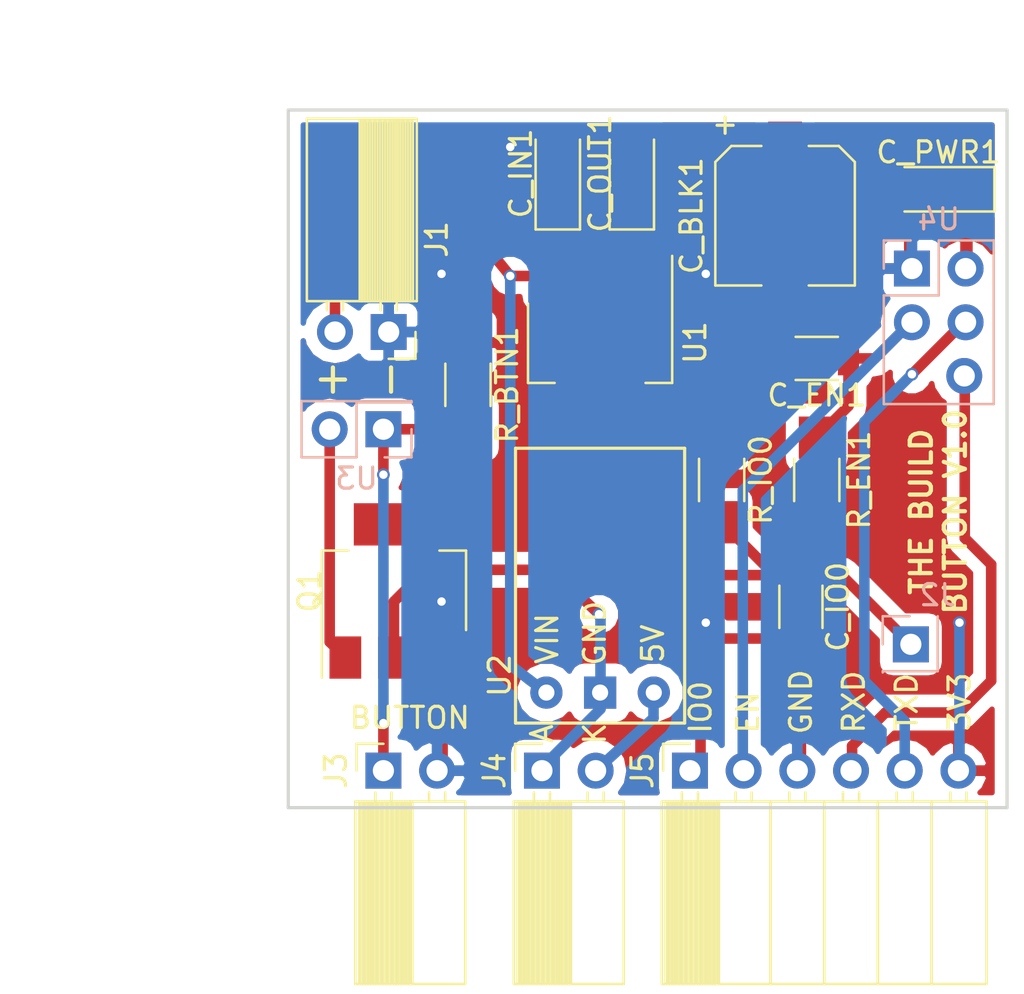
<source format=kicad_pcb>
(kicad_pcb (version 4) (host pcbnew 4.0.7)

  (general
    (links 36)
    (no_connects 0)
    (area 66.924999 67.924999 101.075001 101.075001)
    (thickness 1.6)
    (drawings 31)
    (tracks 130)
    (zones 0)
    (modules 19)
    (nets 12)
  )

  (page A4)
  (layers
    (0 F.Cu signal)
    (31 B.Cu signal)
    (32 B.Adhes user)
    (33 F.Adhes user)
    (34 B.Paste user)
    (35 F.Paste user)
    (36 B.SilkS user)
    (37 F.SilkS user)
    (38 B.Mask user)
    (39 F.Mask user)
    (40 Dwgs.User user)
    (41 Cmts.User user)
    (42 Eco1.User user)
    (43 Eco2.User user)
    (44 Edge.Cuts user)
    (45 Margin user)
    (46 B.CrtYd user)
    (47 F.CrtYd user)
    (48 B.Fab user)
    (49 F.Fab user)
  )

  (setup
    (last_trace_width 0.5)
    (trace_clearance 0.6)
    (zone_clearance 0.508)
    (zone_45_only no)
    (trace_min 0.5)
    (segment_width 0.2)
    (edge_width 0.15)
    (via_size 0.6)
    (via_drill 0.4)
    (via_min_size 0.4)
    (via_min_drill 0.3)
    (uvia_size 0.3)
    (uvia_drill 0.1)
    (uvias_allowed no)
    (uvia_min_size 0.2)
    (uvia_min_drill 0.1)
    (pcb_text_width 0.3)
    (pcb_text_size 1.5 1.5)
    (mod_edge_width 0.15)
    (mod_text_size 1 1)
    (mod_text_width 0.15)
    (pad_size 1.7 1.7)
    (pad_drill 1)
    (pad_to_mask_clearance 0.2)
    (aux_axis_origin 0 0)
    (visible_elements FFFFFF7F)
    (pcbplotparams
      (layerselection 0x010f0_80000001)
      (usegerberextensions true)
      (excludeedgelayer true)
      (linewidth 0.100000)
      (plotframeref false)
      (viasonmask false)
      (mode 1)
      (useauxorigin false)
      (hpglpennumber 1)
      (hpglpenspeed 20)
      (hpglpendiameter 15)
      (hpglpenoverlay 2)
      (psnegative false)
      (psa4output false)
      (plotreference true)
      (plotvalue true)
      (plotinvisibletext false)
      (padsonsilk false)
      (subtractmaskfromsilk false)
      (outputformat 1)
      (mirror false)
      (drillshape 0)
      (scaleselection 1)
      (outputdirectory gerber/))
  )

  (net 0 "")
  (net 1 "Net-(J3-Pad1)")
  (net 2 "Net-(Q1-Pad1)")
  (net 3 3V3)
  (net 4 GND)
  (net 5 EN)
  (net 6 VCC)
  (net 7 "Net-(J4-Pad2)")
  (net 8 "Net-(J5-Pad2)")
  (net 9 "Net-(J5-Pad3)")
  (net 10 IO0)
  (net 11 "Net-(J4-Pad1)")

  (net_class Default "This is the default net class."
    (clearance 0.6)
    (trace_width 0.5)
    (via_dia 0.6)
    (via_drill 0.4)
    (uvia_dia 0.3)
    (uvia_drill 0.1)
    (add_net 3V3)
    (add_net EN)
    (add_net GND)
    (add_net IO0)
    (add_net "Net-(J3-Pad1)")
    (add_net "Net-(J4-Pad1)")
    (add_net "Net-(J4-Pad2)")
    (add_net "Net-(J5-Pad2)")
    (add_net "Net-(J5-Pad3)")
    (add_net "Net-(Q1-Pad1)")
    (add_net VCC)
  )

  (module U3V12F9 (layer F.Cu) (tedit 5A5F8355) (tstamp 5A48CFA6)
    (at 77.75 84 270)
    (path /5A4D6211)
    (fp_text reference U2 (at 10.75 0.75 270) (layer F.SilkS)
      (effects (font (size 1 1) (thickness 0.15)))
    )
    (fp_text value U3V12F5 (at 5.3 -6.6 270) (layer F.Fab)
      (effects (font (size 1 1) (thickness 0.15)))
    )
    (fp_line (start 0 0) (end 13 0) (layer F.SilkS) (width 0.15))
    (fp_line (start 13 0) (end 13 -8) (layer F.SilkS) (width 0.15))
    (fp_line (start 13 -8) (end 0 -8) (layer F.SilkS) (width 0.15))
    (fp_line (start 0 -8) (end 0 0) (layer F.SilkS) (width 0.15))
    (pad 1 thru_hole circle (at 11.557 -1.4605 270) (size 1.524 1.524) (drill 0.762) (layers *.Cu *.Mask)
      (net 6 VCC))
    (pad 2 thru_hole rect (at 11.557 -4.0005 270) (size 1.524 1.524) (drill 0.762) (layers *.Cu *.Mask)
      (net 7 "Net-(J4-Pad2)"))
    (pad 3 thru_hole circle (at 11.557 -6.5405 270) (size 1.524 1.524) (drill 0.762) (layers *.Cu *.Mask)
      (net 11 "Net-(J4-Pad1)"))
  )

  (module Capacitors_SMD:CP_Elec_6.3x7.7 (layer F.Cu) (tedit 58AA8B76) (tstamp 5A4DB74C)
    (at 90.5 73 270)
    (descr "SMT capacitor, aluminium electrolytic, 6.3x7.7")
    (path /5A4DAAF7)
    (attr smd)
    (fp_text reference C_BLK1 (at 0 4.43 270) (layer F.SilkS)
      (effects (font (size 1 1) (thickness 0.15)))
    )
    (fp_text value 100uF (at 0 -4.43 270) (layer F.Fab)
      (effects (font (size 1 1) (thickness 0.15)))
    )
    (fp_circle (center 0 0) (end 0.5 3) (layer F.Fab) (width 0.1))
    (fp_text user + (at -1.73 -0.08 270) (layer F.Fab)
      (effects (font (size 1 1) (thickness 0.15)))
    )
    (fp_text user + (at -4.28 2.91 270) (layer F.SilkS)
      (effects (font (size 1 1) (thickness 0.15)))
    )
    (fp_text user %R (at 0 4.43 270) (layer F.Fab)
      (effects (font (size 1 1) (thickness 0.15)))
    )
    (fp_line (start 3.15 3.15) (end 3.15 -3.15) (layer F.Fab) (width 0.1))
    (fp_line (start -2.48 3.15) (end 3.15 3.15) (layer F.Fab) (width 0.1))
    (fp_line (start -3.15 2.48) (end -2.48 3.15) (layer F.Fab) (width 0.1))
    (fp_line (start -3.15 -2.48) (end -3.15 2.48) (layer F.Fab) (width 0.1))
    (fp_line (start -2.48 -3.15) (end -3.15 -2.48) (layer F.Fab) (width 0.1))
    (fp_line (start 3.15 -3.15) (end -2.48 -3.15) (layer F.Fab) (width 0.1))
    (fp_line (start -3.3 2.54) (end -3.3 1.12) (layer F.SilkS) (width 0.12))
    (fp_line (start 3.3 3.3) (end 3.3 1.12) (layer F.SilkS) (width 0.12))
    (fp_line (start 3.3 -3.3) (end 3.3 -1.12) (layer F.SilkS) (width 0.12))
    (fp_line (start -3.3 -2.54) (end -3.3 -1.12) (layer F.SilkS) (width 0.12))
    (fp_line (start 3.3 3.3) (end -2.54 3.3) (layer F.SilkS) (width 0.12))
    (fp_line (start -2.54 3.3) (end -3.3 2.54) (layer F.SilkS) (width 0.12))
    (fp_line (start -3.3 -2.54) (end -2.54 -3.3) (layer F.SilkS) (width 0.12))
    (fp_line (start -2.54 -3.3) (end 3.3 -3.3) (layer F.SilkS) (width 0.12))
    (fp_line (start -4.7 -3.4) (end 4.7 -3.4) (layer F.CrtYd) (width 0.05))
    (fp_line (start -4.7 -3.4) (end -4.7 3.4) (layer F.CrtYd) (width 0.05))
    (fp_line (start 4.7 3.4) (end 4.7 -3.4) (layer F.CrtYd) (width 0.05))
    (fp_line (start 4.7 3.4) (end -4.7 3.4) (layer F.CrtYd) (width 0.05))
    (pad 1 smd rect (at -2.7 0 90) (size 3.5 1.6) (layers F.Cu F.Paste F.Mask)
      (net 3 3V3))
    (pad 2 smd rect (at 2.7 0 90) (size 3.5 1.6) (layers F.Cu F.Paste F.Mask)
      (net 4 GND))
    (model Capacitors_SMD.3dshapes/CP_Elec_6.3x7.7.wrl
      (at (xyz 0 0 0))
      (scale (xyz 1 1 1))
      (rotate (xyz 0 0 180))
    )
  )

  (module buildbutton2:ESP_UART_Socket_Strip (layer B.Cu) (tedit 5A5F5CCF) (tstamp 5A4DE697)
    (at 96.5 75.5 180)
    (descr "Through hole straight socket strip, 2x03, 2.54mm pitch, double rows")
    (tags "Through hole socket strip THT 2x03 2.54mm double row")
    (path /5A4D5185)
    (fp_text reference U4 (at -1.27 2.33 180) (layer B.SilkS)
      (effects (font (size 1 1) (thickness 0.15)) (justify mirror))
    )
    (fp_text value ESP_UART (at -1.27 -7.41 180) (layer B.Fab)
      (effects (font (size 1 1) (thickness 0.15)) (justify mirror))
    )
    (fp_line (start -3.81 1.27) (end -3.81 -6.35) (layer B.Fab) (width 0.1))
    (fp_line (start -3.81 -6.35) (end 1.27 -6.35) (layer B.Fab) (width 0.1))
    (fp_line (start 1.27 -6.35) (end 1.27 1.27) (layer B.Fab) (width 0.1))
    (fp_line (start 1.27 1.27) (end -3.81 1.27) (layer B.Fab) (width 0.1))
    (fp_line (start 1.33 -1.27) (end 1.33 -6.41) (layer B.SilkS) (width 0.12))
    (fp_line (start 1.33 -6.41) (end -3.87 -6.41) (layer B.SilkS) (width 0.12))
    (fp_line (start -3.87 -6.41) (end -3.87 1.33) (layer B.SilkS) (width 0.12))
    (fp_line (start -3.87 1.33) (end -1.27 1.33) (layer B.SilkS) (width 0.12))
    (fp_line (start -1.27 1.33) (end -1.27 -1.27) (layer B.SilkS) (width 0.12))
    (fp_line (start -1.27 -1.27) (end 1.33 -1.27) (layer B.SilkS) (width 0.12))
    (fp_line (start 1.33 0) (end 1.33 1.33) (layer B.SilkS) (width 0.12))
    (fp_line (start 1.33 1.33) (end 0.06 1.33) (layer B.SilkS) (width 0.12))
    (fp_line (start -4.35 1.8) (end -4.35 -6.85) (layer B.CrtYd) (width 0.05))
    (fp_line (start -4.35 -6.85) (end 1.8 -6.85) (layer B.CrtYd) (width 0.05))
    (fp_line (start 1.8 -6.85) (end 1.8 1.8) (layer B.CrtYd) (width 0.05))
    (fp_line (start 1.8 1.8) (end -4.35 1.8) (layer B.CrtYd) (width 0.05))
    (fp_text user %R (at -1.27 2.33 180) (layer B.Fab)
      (effects (font (size 1 1) (thickness 0.15)) (justify mirror))
    )
    (pad 2 thru_hole rect (at 0 0 180) (size 1.7 1.7) (drill 1) (layers *.Cu *.Mask)
      (net 4 GND))
    (pad 1 thru_hole oval (at -2.54 0 180) (size 1.7 1.7) (drill 1) (layers *.Cu *.Mask)
      (net 3 3V3))
    (pad 3 thru_hole oval (at 0 -2.54 180) (size 1.7 1.7) (drill 1) (layers *.Cu *.Mask)
      (net 5 EN))
    (pad 4 thru_hole oval (at -2.54 -2.54 180) (size 1.7 1.7) (drill 1) (layers *.Cu *.Mask)
      (net 8 "Net-(J5-Pad2)"))
    (pad 5 thru_hole oval (at -2.4765 -5.08 180) (size 1.7 1.7) (drill 1) (layers *.Cu *.Mask)
      (net 9 "Net-(J5-Pad3)"))
    (model ${KISYS3DMOD}/Socket_Strips.3dshapes/Socket_Strip_Straight_2x03_Pitch2.54mm.wrl
      (at (xyz -0.05 -0.1 0))
      (scale (xyz 1 1 1))
      (rotate (xyz 0 0 270))
    )
  )

  (module Socket_Strips:Socket_Strip_Straight_2x01_Pitch2.54mm (layer B.Cu) (tedit 5A5F56F0) (tstamp 5A5C4498)
    (at 96.45 93.275 180)
    (descr "Through hole straight socket strip, 2x01, 2.54mm pitch, double rows")
    (tags "Through hole socket strip THT 2x01 2.54mm double row")
    (path /5A4D53B5)
    (fp_text reference J2 (at -1.27 2.33 180) (layer B.SilkS)
      (effects (font (size 1 1) (thickness 0.15)) (justify mirror))
    )
    (fp_text value IO0 (at -1.27 -2.33 180) (layer B.Fab)
      (effects (font (size 1 1) (thickness 0.15)) (justify mirror))
    )
    (fp_line (start 1.27 1.3335) (end -1.2065 1.3335) (layer B.Fab) (width 0.1))
    (fp_line (start -1.27 1.3335) (end -1.27 -1.2065) (layer B.Fab) (width 0.1))
    (fp_line (start 1.27 -1.27) (end 1.27 1.27) (layer B.Fab) (width 0.1))
    (fp_line (start 1.33 -1.27) (end 1.33 -1.33) (layer B.SilkS) (width 0.12))
    (fp_line (start -1.27 1.33) (end -1.27 -1.27) (layer B.SilkS) (width 0.12))
    (fp_line (start -1.27 -1.27) (end 1.33 -1.27) (layer B.SilkS) (width 0.12))
    (fp_line (start 1.33 0) (end 1.33 1.33) (layer B.SilkS) (width 0.12))
    (fp_line (start 1.33 1.33) (end 0.06 1.33) (layer B.SilkS) (width 0.12))
    (fp_line (start -4.35 1.8) (end -4.35 -1.8) (layer B.CrtYd) (width 0.05))
    (fp_line (start -4.35 -1.8) (end 1.8 -1.8) (layer B.CrtYd) (width 0.05))
    (fp_line (start 1.8 -1.8) (end 1.8 1.8) (layer B.CrtYd) (width 0.05))
    (fp_line (start 1.8 1.8) (end -4.35 1.8) (layer B.CrtYd) (width 0.05))
    (fp_text user %R (at -1.27 2.33 180) (layer B.Fab)
      (effects (font (size 1 1) (thickness 0.15)) (justify mirror))
    )
    (pad 1 thru_hole rect (at 0 0 180) (size 1.7 1.7) (drill 1) (layers *.Cu *.Mask)
      (net 10 IO0))
    (model ${KISYS3DMOD}/Socket_Strips.3dshapes/Socket_Strip_Straight_2x01_Pitch2.54mm.wrl
      (at (xyz -0.05 0 0))
      (scale (xyz 1 1 1))
      (rotate (xyz 0 0 270))
    )
  )

  (module Socket_Strips:Socket_Strip_Angled_1x02_Pitch2.54mm (layer F.Cu) (tedit 5A5E8A26) (tstamp 5A4DB7C4)
    (at 71.75 78.5 270)
    (descr "Through hole angled socket strip, 1x02, 2.54mm pitch, 8.51mm socket length, single row")
    (tags "Through hole angled socket strip THT 1x02 2.54mm single row")
    (path /5A4D4D6C)
    (fp_text reference J1 (at -4.38 -2.27 270) (layer F.SilkS)
      (effects (font (size 1 1) (thickness 0.15)))
    )
    (fp_text value BATTERY (at -4.38 4.81 270) (layer F.Fab)
      (effects (font (size 1 1) (thickness 0.15)))
    )
    (fp_line (start -1.52 -1.27) (end -1.52 1.27) (layer F.Fab) (width 0.1))
    (fp_line (start -1.52 1.27) (end -10.03 1.27) (layer F.Fab) (width 0.1))
    (fp_line (start -10.03 1.27) (end -10.03 -1.27) (layer F.Fab) (width 0.1))
    (fp_line (start -10.03 -1.27) (end -1.52 -1.27) (layer F.Fab) (width 0.1))
    (fp_line (start 0 -0.32) (end 0 0.32) (layer F.Fab) (width 0.1))
    (fp_line (start 0 0.32) (end -1.52 0.32) (layer F.Fab) (width 0.1))
    (fp_line (start -1.52 0.32) (end -1.52 -0.32) (layer F.Fab) (width 0.1))
    (fp_line (start -1.52 -0.32) (end 0 -0.32) (layer F.Fab) (width 0.1))
    (fp_line (start -1.52 1.27) (end -1.52 3.81) (layer F.Fab) (width 0.1))
    (fp_line (start -1.52 3.81) (end -10.03 3.81) (layer F.Fab) (width 0.1))
    (fp_line (start -10.03 3.81) (end -10.03 1.27) (layer F.Fab) (width 0.1))
    (fp_line (start -10.03 1.27) (end -1.52 1.27) (layer F.Fab) (width 0.1))
    (fp_line (start 0 2.22) (end 0 2.86) (layer F.Fab) (width 0.1))
    (fp_line (start 0 2.86) (end -1.52 2.86) (layer F.Fab) (width 0.1))
    (fp_line (start -1.52 2.86) (end -1.52 2.22) (layer F.Fab) (width 0.1))
    (fp_line (start -1.52 2.22) (end 0 2.22) (layer F.Fab) (width 0.1))
    (fp_line (start -1.46 -1.33) (end -1.46 1.27) (layer F.SilkS) (width 0.12))
    (fp_line (start -1.46 1.27) (end -10.09 1.27) (layer F.SilkS) (width 0.12))
    (fp_line (start -10.09 1.27) (end -10.09 -1.33) (layer F.SilkS) (width 0.12))
    (fp_line (start -10.09 -1.33) (end -1.46 -1.33) (layer F.SilkS) (width 0.12))
    (fp_line (start -1.03 -0.38) (end -1.46 -0.38) (layer F.SilkS) (width 0.12))
    (fp_line (start -1.03 0.38) (end -1.46 0.38) (layer F.SilkS) (width 0.12))
    (fp_line (start -1.46 -1.15) (end -10.09 -1.15) (layer F.SilkS) (width 0.12))
    (fp_line (start -1.46 -1.03) (end -10.09 -1.03) (layer F.SilkS) (width 0.12))
    (fp_line (start -1.46 -0.91) (end -10.09 -0.91) (layer F.SilkS) (width 0.12))
    (fp_line (start -1.46 -0.79) (end -10.09 -0.79) (layer F.SilkS) (width 0.12))
    (fp_line (start -1.46 -0.67) (end -10.09 -0.67) (layer F.SilkS) (width 0.12))
    (fp_line (start -1.46 -0.55) (end -10.09 -0.55) (layer F.SilkS) (width 0.12))
    (fp_line (start -1.46 -0.43) (end -10.09 -0.43) (layer F.SilkS) (width 0.12))
    (fp_line (start -1.46 -0.31) (end -10.09 -0.31) (layer F.SilkS) (width 0.12))
    (fp_line (start -1.46 -0.19) (end -10.09 -0.19) (layer F.SilkS) (width 0.12))
    (fp_line (start -1.46 -0.07) (end -10.09 -0.07) (layer F.SilkS) (width 0.12))
    (fp_line (start -1.46 0.05) (end -10.09 0.05) (layer F.SilkS) (width 0.12))
    (fp_line (start -1.46 0.17) (end -10.09 0.17) (layer F.SilkS) (width 0.12))
    (fp_line (start -1.46 0.29) (end -10.09 0.29) (layer F.SilkS) (width 0.12))
    (fp_line (start -1.46 0.41) (end -10.09 0.41) (layer F.SilkS) (width 0.12))
    (fp_line (start -1.46 0.53) (end -10.09 0.53) (layer F.SilkS) (width 0.12))
    (fp_line (start -1.46 0.65) (end -10.09 0.65) (layer F.SilkS) (width 0.12))
    (fp_line (start -1.46 0.77) (end -10.09 0.77) (layer F.SilkS) (width 0.12))
    (fp_line (start -1.46 0.89) (end -10.09 0.89) (layer F.SilkS) (width 0.12))
    (fp_line (start -1.46 1.01) (end -10.09 1.01) (layer F.SilkS) (width 0.12))
    (fp_line (start -1.46 1.13) (end -10.09 1.13) (layer F.SilkS) (width 0.12))
    (fp_line (start -1.46 1.25) (end -10.09 1.25) (layer F.SilkS) (width 0.12))
    (fp_line (start -1.46 1.37) (end -10.09 1.37) (layer F.SilkS) (width 0.12))
    (fp_line (start -1.46 1.27) (end -1.46 3.87) (layer F.SilkS) (width 0.12))
    (fp_line (start -1.46 3.87) (end -10.09 3.87) (layer F.SilkS) (width 0.12))
    (fp_line (start -10.09 3.87) (end -10.09 1.27) (layer F.SilkS) (width 0.12))
    (fp_line (start -10.09 1.27) (end -1.46 1.27) (layer F.SilkS) (width 0.12))
    (fp_line (start -1.03 2.16) (end -1.46 2.16) (layer F.SilkS) (width 0.12))
    (fp_line (start -1.03 2.92) (end -1.46 2.92) (layer F.SilkS) (width 0.12))
    (fp_line (start 0 -1.27) (end 1.27 -1.27) (layer F.SilkS) (width 0.12))
    (fp_line (start 1.27 -1.27) (end 1.27 0) (layer F.SilkS) (width 0.12))
    (fp_line (start 1.8 -1.8) (end 1.8 4.35) (layer F.CrtYd) (width 0.05))
    (fp_line (start 1.8 4.35) (end -10.55 4.35) (layer F.CrtYd) (width 0.05))
    (fp_line (start -10.55 4.35) (end -10.55 -1.8) (layer F.CrtYd) (width 0.05))
    (fp_line (start -10.55 -1.8) (end 1.8 -1.8) (layer F.CrtYd) (width 0.05))
    (fp_text user %R (at -4.38 -2.27 270) (layer F.Fab)
      (effects (font (size 1 1) (thickness 0.15)))
    )
    (pad 2 thru_hole rect (at 0 0 270) (size 1.7 1.7) (drill 1) (layers *.Cu *.Mask)
      (net 4 GND))
    (pad 1 thru_hole oval (at 0 2.54 270) (size 1.7 1.7) (drill 1) (layers *.Cu *.Mask)
      (net 6 VCC))
    (model ${KISYS3DMOD}/Socket_Strips.3dshapes/Socket_Strip_Angled_1x02_Pitch2.54mm.wrl
      (at (xyz 0 -0.05 0))
      (scale (xyz 1 1 1))
      (rotate (xyz 0 0 270))
    )
  )

  (module Socket_Strips:Socket_Strip_Angled_1x02_Pitch2.54mm (layer F.Cu) (tedit 5A5F603D) (tstamp 5A4DB81A)
    (at 71.5 99.25 90)
    (descr "Through hole angled socket strip, 1x02, 2.54mm pitch, 8.51mm socket length, single row")
    (tags "Through hole angled socket strip THT 1x02 2.54mm single row")
    (path /5A4D5EFC)
    (fp_text reference J3 (at 0 -2.25 90) (layer F.SilkS)
      (effects (font (size 1 1) (thickness 0.15)))
    )
    (fp_text value BUTTON (at -4.38 4.81 90) (layer F.Fab)
      (effects (font (size 1 1) (thickness 0.15)))
    )
    (fp_line (start -1.52 -1.27) (end -1.52 1.27) (layer F.Fab) (width 0.1))
    (fp_line (start -1.52 1.27) (end -10.03 1.27) (layer F.Fab) (width 0.1))
    (fp_line (start -10.03 1.27) (end -10.03 -1.27) (layer F.Fab) (width 0.1))
    (fp_line (start -10.03 -1.27) (end -1.52 -1.27) (layer F.Fab) (width 0.1))
    (fp_line (start 0 -0.32) (end 0 0.32) (layer F.Fab) (width 0.1))
    (fp_line (start 0 0.32) (end -1.52 0.32) (layer F.Fab) (width 0.1))
    (fp_line (start -1.52 0.32) (end -1.52 -0.32) (layer F.Fab) (width 0.1))
    (fp_line (start -1.52 -0.32) (end 0 -0.32) (layer F.Fab) (width 0.1))
    (fp_line (start -1.52 1.27) (end -1.52 3.81) (layer F.Fab) (width 0.1))
    (fp_line (start -1.52 3.81) (end -10.03 3.81) (layer F.Fab) (width 0.1))
    (fp_line (start -10.03 3.81) (end -10.03 1.27) (layer F.Fab) (width 0.1))
    (fp_line (start -10.03 1.27) (end -1.52 1.27) (layer F.Fab) (width 0.1))
    (fp_line (start 0 2.22) (end 0 2.86) (layer F.Fab) (width 0.1))
    (fp_line (start 0 2.86) (end -1.52 2.86) (layer F.Fab) (width 0.1))
    (fp_line (start -1.52 2.86) (end -1.52 2.22) (layer F.Fab) (width 0.1))
    (fp_line (start -1.52 2.22) (end 0 2.22) (layer F.Fab) (width 0.1))
    (fp_line (start -1.46 -1.33) (end -1.46 1.27) (layer F.SilkS) (width 0.12))
    (fp_line (start -1.46 1.27) (end -10.09 1.27) (layer F.SilkS) (width 0.12))
    (fp_line (start -10.09 1.27) (end -10.09 -1.33) (layer F.SilkS) (width 0.12))
    (fp_line (start -10.09 -1.33) (end -1.46 -1.33) (layer F.SilkS) (width 0.12))
    (fp_line (start -1.03 -0.38) (end -1.46 -0.38) (layer F.SilkS) (width 0.12))
    (fp_line (start -1.03 0.38) (end -1.46 0.38) (layer F.SilkS) (width 0.12))
    (fp_line (start -1.46 -1.15) (end -10.09 -1.15) (layer F.SilkS) (width 0.12))
    (fp_line (start -1.46 -1.03) (end -10.09 -1.03) (layer F.SilkS) (width 0.12))
    (fp_line (start -1.46 -0.91) (end -10.09 -0.91) (layer F.SilkS) (width 0.12))
    (fp_line (start -1.46 -0.79) (end -10.09 -0.79) (layer F.SilkS) (width 0.12))
    (fp_line (start -1.46 -0.67) (end -10.09 -0.67) (layer F.SilkS) (width 0.12))
    (fp_line (start -1.46 -0.55) (end -10.09 -0.55) (layer F.SilkS) (width 0.12))
    (fp_line (start -1.46 -0.43) (end -10.09 -0.43) (layer F.SilkS) (width 0.12))
    (fp_line (start -1.46 -0.31) (end -10.09 -0.31) (layer F.SilkS) (width 0.12))
    (fp_line (start -1.46 -0.19) (end -10.09 -0.19) (layer F.SilkS) (width 0.12))
    (fp_line (start -1.46 -0.07) (end -10.09 -0.07) (layer F.SilkS) (width 0.12))
    (fp_line (start -1.46 0.05) (end -10.09 0.05) (layer F.SilkS) (width 0.12))
    (fp_line (start -1.46 0.17) (end -10.09 0.17) (layer F.SilkS) (width 0.12))
    (fp_line (start -1.46 0.29) (end -10.09 0.29) (layer F.SilkS) (width 0.12))
    (fp_line (start -1.46 0.41) (end -10.09 0.41) (layer F.SilkS) (width 0.12))
    (fp_line (start -1.46 0.53) (end -10.09 0.53) (layer F.SilkS) (width 0.12))
    (fp_line (start -1.46 0.65) (end -10.09 0.65) (layer F.SilkS) (width 0.12))
    (fp_line (start -1.46 0.77) (end -10.09 0.77) (layer F.SilkS) (width 0.12))
    (fp_line (start -1.46 0.89) (end -10.09 0.89) (layer F.SilkS) (width 0.12))
    (fp_line (start -1.46 1.01) (end -10.09 1.01) (layer F.SilkS) (width 0.12))
    (fp_line (start -1.46 1.13) (end -10.09 1.13) (layer F.SilkS) (width 0.12))
    (fp_line (start -1.46 1.25) (end -10.09 1.25) (layer F.SilkS) (width 0.12))
    (fp_line (start -1.46 1.37) (end -10.09 1.37) (layer F.SilkS) (width 0.12))
    (fp_line (start -1.46 1.27) (end -1.46 3.87) (layer F.SilkS) (width 0.12))
    (fp_line (start -1.46 3.87) (end -10.09 3.87) (layer F.SilkS) (width 0.12))
    (fp_line (start -10.09 3.87) (end -10.09 1.27) (layer F.SilkS) (width 0.12))
    (fp_line (start -10.09 1.27) (end -1.46 1.27) (layer F.SilkS) (width 0.12))
    (fp_line (start -1.03 2.16) (end -1.46 2.16) (layer F.SilkS) (width 0.12))
    (fp_line (start -1.03 2.92) (end -1.46 2.92) (layer F.SilkS) (width 0.12))
    (fp_line (start 0 -1.27) (end 1.27 -1.27) (layer F.SilkS) (width 0.12))
    (fp_line (start 1.27 -1.27) (end 1.27 0) (layer F.SilkS) (width 0.12))
    (fp_line (start 1.8 -1.8) (end 1.8 4.35) (layer F.CrtYd) (width 0.05))
    (fp_line (start 1.8 4.35) (end -10.55 4.35) (layer F.CrtYd) (width 0.05))
    (fp_line (start -10.55 4.35) (end -10.55 -1.8) (layer F.CrtYd) (width 0.05))
    (fp_line (start -10.55 -1.8) (end 1.8 -1.8) (layer F.CrtYd) (width 0.05))
    (fp_text user %R (at -4.38 -2.27 90) (layer F.Fab)
      (effects (font (size 1 1) (thickness 0.15)))
    )
    (pad 1 thru_hole rect (at 0 0 90) (size 1.7 1.7) (drill 1) (layers *.Cu *.Mask)
      (net 1 "Net-(J3-Pad1)"))
    (pad 2 thru_hole oval (at 0 2.54 90) (size 1.7 1.7) (drill 1) (layers *.Cu *.Mask)
      (net 4 GND))
    (model ${KISYS3DMOD}/Socket_Strips.3dshapes/Socket_Strip_Angled_1x02_Pitch2.54mm.wrl
      (at (xyz 0 -0.05 0))
      (scale (xyz 1 1 1))
      (rotate (xyz 0 0 270))
    )
  )

  (module Resistors_SMD:R_1206_HandSoldering (layer F.Cu) (tedit 58E0A804) (tstamp 5A4DB8BD)
    (at 75.5 81 270)
    (descr "Resistor SMD 1206, hand soldering")
    (tags "resistor 1206")
    (path /5A4DB007)
    (attr smd)
    (fp_text reference R_BTN1 (at 0 -1.85 270) (layer F.SilkS)
      (effects (font (size 1 1) (thickness 0.15)))
    )
    (fp_text value 10k (at 0 1.9 270) (layer F.Fab)
      (effects (font (size 1 1) (thickness 0.15)))
    )
    (fp_text user %R (at 0 0 270) (layer F.Fab)
      (effects (font (size 0.7 0.7) (thickness 0.105)))
    )
    (fp_line (start -1.6 0.8) (end -1.6 -0.8) (layer F.Fab) (width 0.1))
    (fp_line (start 1.6 0.8) (end -1.6 0.8) (layer F.Fab) (width 0.1))
    (fp_line (start 1.6 -0.8) (end 1.6 0.8) (layer F.Fab) (width 0.1))
    (fp_line (start -1.6 -0.8) (end 1.6 -0.8) (layer F.Fab) (width 0.1))
    (fp_line (start 1 1.07) (end -1 1.07) (layer F.SilkS) (width 0.12))
    (fp_line (start -1 -1.07) (end 1 -1.07) (layer F.SilkS) (width 0.12))
    (fp_line (start -3.25 -1.11) (end 3.25 -1.11) (layer F.CrtYd) (width 0.05))
    (fp_line (start -3.25 -1.11) (end -3.25 1.1) (layer F.CrtYd) (width 0.05))
    (fp_line (start 3.25 1.1) (end 3.25 -1.11) (layer F.CrtYd) (width 0.05))
    (fp_line (start 3.25 1.1) (end -3.25 1.1) (layer F.CrtYd) (width 0.05))
    (pad 1 smd rect (at -2 0 270) (size 2 1.7) (layers F.Cu F.Paste F.Mask)
      (net 3 3V3))
    (pad 2 smd rect (at 2 0 270) (size 2 1.7) (layers F.Cu F.Paste F.Mask)
      (net 1 "Net-(J3-Pad1)"))
    (model ${KISYS3DMOD}/Resistors_SMD.3dshapes/R_1206.wrl
      (at (xyz 0 0 0))
      (scale (xyz 1 1 1))
      (rotate (xyz 0 0 0))
    )
  )

  (module Resistors_SMD:R_1206_HandSoldering (layer F.Cu) (tedit 5A5F60B4) (tstamp 5A4DB8CE)
    (at 92 85.5 90)
    (descr "Resistor SMD 1206, hand soldering")
    (tags "resistor 1206")
    (path /5A4DA39E)
    (attr smd)
    (fp_text reference R_EN1 (at 0 2 90) (layer F.SilkS)
      (effects (font (size 1 1) (thickness 0.15)))
    )
    (fp_text value 10k (at 0 1.9 90) (layer F.Fab)
      (effects (font (size 1 1) (thickness 0.15)))
    )
    (fp_text user %R (at 0 0 90) (layer F.Fab)
      (effects (font (size 0.7 0.7) (thickness 0.105)))
    )
    (fp_line (start -1.6 0.8) (end -1.6 -0.8) (layer F.Fab) (width 0.1))
    (fp_line (start 1.6 0.8) (end -1.6 0.8) (layer F.Fab) (width 0.1))
    (fp_line (start 1.6 -0.8) (end 1.6 0.8) (layer F.Fab) (width 0.1))
    (fp_line (start -1.6 -0.8) (end 1.6 -0.8) (layer F.Fab) (width 0.1))
    (fp_line (start 1 1.07) (end -1 1.07) (layer F.SilkS) (width 0.12))
    (fp_line (start -1 -1.07) (end 1 -1.07) (layer F.SilkS) (width 0.12))
    (fp_line (start -3.25 -1.11) (end 3.25 -1.11) (layer F.CrtYd) (width 0.05))
    (fp_line (start -3.25 -1.11) (end -3.25 1.1) (layer F.CrtYd) (width 0.05))
    (fp_line (start 3.25 1.1) (end 3.25 -1.11) (layer F.CrtYd) (width 0.05))
    (fp_line (start 3.25 1.1) (end -3.25 1.1) (layer F.CrtYd) (width 0.05))
    (pad 1 smd rect (at -2 0 90) (size 2 1.7) (layers F.Cu F.Paste F.Mask)
      (net 3 3V3))
    (pad 2 smd rect (at 2 0 90) (size 2 1.7) (layers F.Cu F.Paste F.Mask)
      (net 5 EN))
    (model ${KISYS3DMOD}/Resistors_SMD.3dshapes/R_1206.wrl
      (at (xyz 0 0 0))
      (scale (xyz 1 1 1))
      (rotate (xyz 0 0 0))
    )
  )

  (module Resistors_SMD:R_1206_HandSoldering (layer F.Cu) (tedit 58E0A804) (tstamp 5A4DB8DF)
    (at 87.5 85.5 270)
    (descr "Resistor SMD 1206, hand soldering")
    (tags "resistor 1206")
    (path /5A4D7367)
    (attr smd)
    (fp_text reference R_IO0 (at 0 -1.85 270) (layer F.SilkS)
      (effects (font (size 1 1) (thickness 0.15)))
    )
    (fp_text value 4.7k (at 0 1.9 270) (layer F.Fab)
      (effects (font (size 1 1) (thickness 0.15)))
    )
    (fp_text user %R (at 0 0 270) (layer F.Fab)
      (effects (font (size 0.7 0.7) (thickness 0.105)))
    )
    (fp_line (start -1.6 0.8) (end -1.6 -0.8) (layer F.Fab) (width 0.1))
    (fp_line (start 1.6 0.8) (end -1.6 0.8) (layer F.Fab) (width 0.1))
    (fp_line (start 1.6 -0.8) (end 1.6 0.8) (layer F.Fab) (width 0.1))
    (fp_line (start -1.6 -0.8) (end 1.6 -0.8) (layer F.Fab) (width 0.1))
    (fp_line (start 1 1.07) (end -1 1.07) (layer F.SilkS) (width 0.12))
    (fp_line (start -1 -1.07) (end 1 -1.07) (layer F.SilkS) (width 0.12))
    (fp_line (start -3.25 -1.11) (end 3.25 -1.11) (layer F.CrtYd) (width 0.05))
    (fp_line (start -3.25 -1.11) (end -3.25 1.1) (layer F.CrtYd) (width 0.05))
    (fp_line (start 3.25 1.1) (end 3.25 -1.11) (layer F.CrtYd) (width 0.05))
    (fp_line (start 3.25 1.1) (end -3.25 1.1) (layer F.CrtYd) (width 0.05))
    (pad 1 smd rect (at -2 0 270) (size 2 1.7) (layers F.Cu F.Paste F.Mask)
      (net 3 3V3))
    (pad 2 smd rect (at 2 0 270) (size 2 1.7) (layers F.Cu F.Paste F.Mask)
      (net 10 IO0))
    (model ${KISYS3DMOD}/Resistors_SMD.3dshapes/R_1206.wrl
      (at (xyz 0 0 0))
      (scale (xyz 1 1 1))
      (rotate (xyz 0 0 0))
    )
  )

  (module Socket_Strips:Socket_Strip_Straight_2x01_Pitch2.54mm (layer B.Cu) (tedit 58CD5448) (tstamp 5A4DE681)
    (at 71.5 83.1)
    (descr "Through hole straight socket strip, 2x01, 2.54mm pitch, double rows")
    (tags "Through hole socket strip THT 2x01 2.54mm double row")
    (path /5A4D551C)
    (fp_text reference U3 (at -1.27 2.33) (layer B.SilkS)
      (effects (font (size 1 1) (thickness 0.15)) (justify mirror))
    )
    (fp_text value ESP32_DATA (at -1.27 -2.33) (layer B.Fab)
      (effects (font (size 1 1) (thickness 0.15)) (justify mirror))
    )
    (fp_line (start -3.81 1.27) (end -3.81 -1.27) (layer B.Fab) (width 0.1))
    (fp_line (start -3.81 -1.27) (end 1.27 -1.27) (layer B.Fab) (width 0.1))
    (fp_line (start 1.27 -1.27) (end 1.27 1.27) (layer B.Fab) (width 0.1))
    (fp_line (start 1.27 1.27) (end -3.81 1.27) (layer B.Fab) (width 0.1))
    (fp_line (start 1.33 -1.27) (end 1.33 -1.33) (layer B.SilkS) (width 0.12))
    (fp_line (start 1.33 -1.33) (end -3.87 -1.33) (layer B.SilkS) (width 0.12))
    (fp_line (start -3.87 -1.33) (end -3.87 1.33) (layer B.SilkS) (width 0.12))
    (fp_line (start -3.87 1.33) (end -1.27 1.33) (layer B.SilkS) (width 0.12))
    (fp_line (start -1.27 1.33) (end -1.27 -1.27) (layer B.SilkS) (width 0.12))
    (fp_line (start -1.27 -1.27) (end 1.33 -1.27) (layer B.SilkS) (width 0.12))
    (fp_line (start 1.33 0) (end 1.33 1.33) (layer B.SilkS) (width 0.12))
    (fp_line (start 1.33 1.33) (end 0.06 1.33) (layer B.SilkS) (width 0.12))
    (fp_line (start -4.35 1.8) (end -4.35 -1.8) (layer B.CrtYd) (width 0.05))
    (fp_line (start -4.35 -1.8) (end 1.8 -1.8) (layer B.CrtYd) (width 0.05))
    (fp_line (start 1.8 -1.8) (end 1.8 1.8) (layer B.CrtYd) (width 0.05))
    (fp_line (start 1.8 1.8) (end -4.35 1.8) (layer B.CrtYd) (width 0.05))
    (fp_text user %R (at -1.27 2.33) (layer B.Fab)
      (effects (font (size 1 1) (thickness 0.15)) (justify mirror))
    )
    (pad 1 thru_hole rect (at 0 0) (size 1.7 1.7) (drill 1) (layers *.Cu *.Mask)
      (net 1 "Net-(J3-Pad1)"))
    (pad 2 thru_hole oval (at -2.54 0) (size 1.7 1.7) (drill 1) (layers *.Cu *.Mask)
      (net 2 "Net-(Q1-Pad1)"))
    (model ${KISYS3DMOD}/Socket_Strips.3dshapes/Socket_Strip_Straight_2x01_Pitch2.54mm.wrl
      (at (xyz -0.05 0 0))
      (scale (xyz 1 1 1))
      (rotate (xyz 0 0 270))
    )
  )

  (module Capacitors_Tantalum_SMD:CP_Tantalum_Case-A_EIA-3216-18_Reflow (layer F.Cu) (tedit 5A5F609B) (tstamp 5A5C4483)
    (at 79.75 71 90)
    (descr "Tantalum capacitor, Case A, EIA 3216-18, 3.2x1.6x1.6mm, Reflow soldering footprint")
    (tags "capacitor tantalum smd")
    (path /5A5C3B8B)
    (attr smd)
    (fp_text reference C_IN1 (at 0 -1.75 90) (layer F.SilkS)
      (effects (font (size 1 1) (thickness 0.15)))
    )
    (fp_text value 10uF (at 0 2.55 90) (layer F.Fab)
      (effects (font (size 1 1) (thickness 0.15)))
    )
    (fp_text user %R (at 0 0 90) (layer F.Fab)
      (effects (font (size 0.7 0.7) (thickness 0.105)))
    )
    (fp_line (start -2.75 -1.2) (end -2.75 1.2) (layer F.CrtYd) (width 0.05))
    (fp_line (start -2.75 1.2) (end 2.75 1.2) (layer F.CrtYd) (width 0.05))
    (fp_line (start 2.75 1.2) (end 2.75 -1.2) (layer F.CrtYd) (width 0.05))
    (fp_line (start 2.75 -1.2) (end -2.75 -1.2) (layer F.CrtYd) (width 0.05))
    (fp_line (start -1.6 -0.8) (end -1.6 0.8) (layer F.Fab) (width 0.1))
    (fp_line (start -1.6 0.8) (end 1.6 0.8) (layer F.Fab) (width 0.1))
    (fp_line (start 1.6 0.8) (end 1.6 -0.8) (layer F.Fab) (width 0.1))
    (fp_line (start 1.6 -0.8) (end -1.6 -0.8) (layer F.Fab) (width 0.1))
    (fp_line (start -1.28 -0.8) (end -1.28 0.8) (layer F.Fab) (width 0.1))
    (fp_line (start -1.12 -0.8) (end -1.12 0.8) (layer F.Fab) (width 0.1))
    (fp_line (start -2.65 -1.05) (end 1.6 -1.05) (layer F.SilkS) (width 0.12))
    (fp_line (start -2.65 1.05) (end 1.6 1.05) (layer F.SilkS) (width 0.12))
    (fp_line (start -2.65 -1.05) (end -2.65 1.05) (layer F.SilkS) (width 0.12))
    (pad 1 smd rect (at -1.375 0 90) (size 1.95 1.5) (layers F.Cu F.Paste F.Mask)
      (net 6 VCC))
    (pad 2 smd rect (at 1.375 0 90) (size 1.95 1.5) (layers F.Cu F.Paste F.Mask)
      (net 4 GND))
    (model Capacitors_Tantalum_SMD.3dshapes/CP_Tantalum_Case-A_EIA-3216-18.wrl
      (at (xyz 0 0 0))
      (scale (xyz 1 1 1))
      (rotate (xyz 0 0 0))
    )
  )

  (module Capacitors_Tantalum_SMD:CP_Tantalum_Case-A_EIA-3216-18_Reflow (layer F.Cu) (tedit 5A5F6098) (tstamp 5A5C4497)
    (at 83.25 71 90)
    (descr "Tantalum capacitor, Case A, EIA 3216-18, 3.2x1.6x1.6mm, Reflow soldering footprint")
    (tags "capacitor tantalum smd")
    (path /5A5C3C23)
    (attr smd)
    (fp_text reference C_OUT1 (at 0 -1.5 90) (layer F.SilkS)
      (effects (font (size 1 1) (thickness 0.15)))
    )
    (fp_text value 10uF (at 0 2.55 90) (layer F.Fab)
      (effects (font (size 1 1) (thickness 0.15)))
    )
    (fp_text user %R (at 0 0 90) (layer F.Fab)
      (effects (font (size 0.7 0.7) (thickness 0.105)))
    )
    (fp_line (start -2.75 -1.2) (end -2.75 1.2) (layer F.CrtYd) (width 0.05))
    (fp_line (start -2.75 1.2) (end 2.75 1.2) (layer F.CrtYd) (width 0.05))
    (fp_line (start 2.75 1.2) (end 2.75 -1.2) (layer F.CrtYd) (width 0.05))
    (fp_line (start 2.75 -1.2) (end -2.75 -1.2) (layer F.CrtYd) (width 0.05))
    (fp_line (start -1.6 -0.8) (end -1.6 0.8) (layer F.Fab) (width 0.1))
    (fp_line (start -1.6 0.8) (end 1.6 0.8) (layer F.Fab) (width 0.1))
    (fp_line (start 1.6 0.8) (end 1.6 -0.8) (layer F.Fab) (width 0.1))
    (fp_line (start 1.6 -0.8) (end -1.6 -0.8) (layer F.Fab) (width 0.1))
    (fp_line (start -1.28 -0.8) (end -1.28 0.8) (layer F.Fab) (width 0.1))
    (fp_line (start -1.12 -0.8) (end -1.12 0.8) (layer F.Fab) (width 0.1))
    (fp_line (start -2.65 -1.05) (end 1.6 -1.05) (layer F.SilkS) (width 0.12))
    (fp_line (start -2.65 1.05) (end 1.6 1.05) (layer F.SilkS) (width 0.12))
    (fp_line (start -2.65 -1.05) (end -2.65 1.05) (layer F.SilkS) (width 0.12))
    (pad 1 smd rect (at -1.375 0 90) (size 1.95 1.5) (layers F.Cu F.Paste F.Mask)
      (net 3 3V3))
    (pad 2 smd rect (at 1.375 0 90) (size 1.95 1.5) (layers F.Cu F.Paste F.Mask)
      (net 4 GND))
    (model Capacitors_Tantalum_SMD.3dshapes/CP_Tantalum_Case-A_EIA-3216-18.wrl
      (at (xyz 0 0 0))
      (scale (xyz 1 1 1))
      (rotate (xyz 0 0 0))
    )
  )

  (module Socket_Strips:Socket_Strip_Angled_1x06_Pitch2.54mm (layer F.Cu) (tedit 5A5F606C) (tstamp 5A5C44AE)
    (at 86 99.25 90)
    (descr "Through hole angled socket strip, 1x06, 2.54mm pitch, 8.51mm socket length, single row")
    (tags "Through hole angled socket strip THT 1x06 2.54mm single row")
    (path /5A5C567C)
    (fp_text reference J5 (at 0 -2.25 90) (layer F.SilkS)
      (effects (font (size 1 1) (thickness 0.15)))
    )
    (fp_text value PROG (at -4.38 14.97 90) (layer F.Fab)
      (effects (font (size 1 1) (thickness 0.15)))
    )
    (fp_line (start -1.52 -1.27) (end -1.52 1.27) (layer F.Fab) (width 0.1))
    (fp_line (start -1.52 1.27) (end -10.03 1.27) (layer F.Fab) (width 0.1))
    (fp_line (start -10.03 1.27) (end -10.03 -1.27) (layer F.Fab) (width 0.1))
    (fp_line (start -10.03 -1.27) (end -1.52 -1.27) (layer F.Fab) (width 0.1))
    (fp_line (start 0 -0.32) (end 0 0.32) (layer F.Fab) (width 0.1))
    (fp_line (start 0 0.32) (end -1.52 0.32) (layer F.Fab) (width 0.1))
    (fp_line (start -1.52 0.32) (end -1.52 -0.32) (layer F.Fab) (width 0.1))
    (fp_line (start -1.52 -0.32) (end 0 -0.32) (layer F.Fab) (width 0.1))
    (fp_line (start -1.52 1.27) (end -1.52 3.81) (layer F.Fab) (width 0.1))
    (fp_line (start -1.52 3.81) (end -10.03 3.81) (layer F.Fab) (width 0.1))
    (fp_line (start -10.03 3.81) (end -10.03 1.27) (layer F.Fab) (width 0.1))
    (fp_line (start -10.03 1.27) (end -1.52 1.27) (layer F.Fab) (width 0.1))
    (fp_line (start 0 2.22) (end 0 2.86) (layer F.Fab) (width 0.1))
    (fp_line (start 0 2.86) (end -1.52 2.86) (layer F.Fab) (width 0.1))
    (fp_line (start -1.52 2.86) (end -1.52 2.22) (layer F.Fab) (width 0.1))
    (fp_line (start -1.52 2.22) (end 0 2.22) (layer F.Fab) (width 0.1))
    (fp_line (start -1.52 3.81) (end -1.52 6.35) (layer F.Fab) (width 0.1))
    (fp_line (start -1.52 6.35) (end -10.03 6.35) (layer F.Fab) (width 0.1))
    (fp_line (start -10.03 6.35) (end -10.03 3.81) (layer F.Fab) (width 0.1))
    (fp_line (start -10.03 3.81) (end -1.52 3.81) (layer F.Fab) (width 0.1))
    (fp_line (start 0 4.76) (end 0 5.4) (layer F.Fab) (width 0.1))
    (fp_line (start 0 5.4) (end -1.52 5.4) (layer F.Fab) (width 0.1))
    (fp_line (start -1.52 5.4) (end -1.52 4.76) (layer F.Fab) (width 0.1))
    (fp_line (start -1.52 4.76) (end 0 4.76) (layer F.Fab) (width 0.1))
    (fp_line (start -1.52 6.35) (end -1.52 8.89) (layer F.Fab) (width 0.1))
    (fp_line (start -1.52 8.89) (end -10.03 8.89) (layer F.Fab) (width 0.1))
    (fp_line (start -10.03 8.89) (end -10.03 6.35) (layer F.Fab) (width 0.1))
    (fp_line (start -10.03 6.35) (end -1.52 6.35) (layer F.Fab) (width 0.1))
    (fp_line (start 0 7.3) (end 0 7.94) (layer F.Fab) (width 0.1))
    (fp_line (start 0 7.94) (end -1.52 7.94) (layer F.Fab) (width 0.1))
    (fp_line (start -1.52 7.94) (end -1.52 7.3) (layer F.Fab) (width 0.1))
    (fp_line (start -1.52 7.3) (end 0 7.3) (layer F.Fab) (width 0.1))
    (fp_line (start -1.52 8.89) (end -1.52 11.43) (layer F.Fab) (width 0.1))
    (fp_line (start -1.52 11.43) (end -10.03 11.43) (layer F.Fab) (width 0.1))
    (fp_line (start -10.03 11.43) (end -10.03 8.89) (layer F.Fab) (width 0.1))
    (fp_line (start -10.03 8.89) (end -1.52 8.89) (layer F.Fab) (width 0.1))
    (fp_line (start 0 9.84) (end 0 10.48) (layer F.Fab) (width 0.1))
    (fp_line (start 0 10.48) (end -1.52 10.48) (layer F.Fab) (width 0.1))
    (fp_line (start -1.52 10.48) (end -1.52 9.84) (layer F.Fab) (width 0.1))
    (fp_line (start -1.52 9.84) (end 0 9.84) (layer F.Fab) (width 0.1))
    (fp_line (start -1.52 11.43) (end -1.52 13.97) (layer F.Fab) (width 0.1))
    (fp_line (start -1.52 13.97) (end -10.03 13.97) (layer F.Fab) (width 0.1))
    (fp_line (start -10.03 13.97) (end -10.03 11.43) (layer F.Fab) (width 0.1))
    (fp_line (start -10.03 11.43) (end -1.52 11.43) (layer F.Fab) (width 0.1))
    (fp_line (start 0 12.38) (end 0 13.02) (layer F.Fab) (width 0.1))
    (fp_line (start 0 13.02) (end -1.52 13.02) (layer F.Fab) (width 0.1))
    (fp_line (start -1.52 13.02) (end -1.52 12.38) (layer F.Fab) (width 0.1))
    (fp_line (start -1.52 12.38) (end 0 12.38) (layer F.Fab) (width 0.1))
    (fp_line (start -1.46 -1.33) (end -1.46 1.27) (layer F.SilkS) (width 0.12))
    (fp_line (start -1.46 1.27) (end -10.09 1.27) (layer F.SilkS) (width 0.12))
    (fp_line (start -10.09 1.27) (end -10.09 -1.33) (layer F.SilkS) (width 0.12))
    (fp_line (start -10.09 -1.33) (end -1.46 -1.33) (layer F.SilkS) (width 0.12))
    (fp_line (start -1.03 -0.38) (end -1.46 -0.38) (layer F.SilkS) (width 0.12))
    (fp_line (start -1.03 0.38) (end -1.46 0.38) (layer F.SilkS) (width 0.12))
    (fp_line (start -1.46 -1.15) (end -10.09 -1.15) (layer F.SilkS) (width 0.12))
    (fp_line (start -1.46 -1.03) (end -10.09 -1.03) (layer F.SilkS) (width 0.12))
    (fp_line (start -1.46 -0.91) (end -10.09 -0.91) (layer F.SilkS) (width 0.12))
    (fp_line (start -1.46 -0.79) (end -10.09 -0.79) (layer F.SilkS) (width 0.12))
    (fp_line (start -1.46 -0.67) (end -10.09 -0.67) (layer F.SilkS) (width 0.12))
    (fp_line (start -1.46 -0.55) (end -10.09 -0.55) (layer F.SilkS) (width 0.12))
    (fp_line (start -1.46 -0.43) (end -10.09 -0.43) (layer F.SilkS) (width 0.12))
    (fp_line (start -1.46 -0.31) (end -10.09 -0.31) (layer F.SilkS) (width 0.12))
    (fp_line (start -1.46 -0.19) (end -10.09 -0.19) (layer F.SilkS) (width 0.12))
    (fp_line (start -1.46 -0.07) (end -10.09 -0.07) (layer F.SilkS) (width 0.12))
    (fp_line (start -1.46 0.05) (end -10.09 0.05) (layer F.SilkS) (width 0.12))
    (fp_line (start -1.46 0.17) (end -10.09 0.17) (layer F.SilkS) (width 0.12))
    (fp_line (start -1.46 0.29) (end -10.09 0.29) (layer F.SilkS) (width 0.12))
    (fp_line (start -1.46 0.41) (end -10.09 0.41) (layer F.SilkS) (width 0.12))
    (fp_line (start -1.46 0.53) (end -10.09 0.53) (layer F.SilkS) (width 0.12))
    (fp_line (start -1.46 0.65) (end -10.09 0.65) (layer F.SilkS) (width 0.12))
    (fp_line (start -1.46 0.77) (end -10.09 0.77) (layer F.SilkS) (width 0.12))
    (fp_line (start -1.46 0.89) (end -10.09 0.89) (layer F.SilkS) (width 0.12))
    (fp_line (start -1.46 1.01) (end -10.09 1.01) (layer F.SilkS) (width 0.12))
    (fp_line (start -1.46 1.13) (end -10.09 1.13) (layer F.SilkS) (width 0.12))
    (fp_line (start -1.46 1.25) (end -10.09 1.25) (layer F.SilkS) (width 0.12))
    (fp_line (start -1.46 1.37) (end -10.09 1.37) (layer F.SilkS) (width 0.12))
    (fp_line (start -1.46 1.27) (end -1.46 3.81) (layer F.SilkS) (width 0.12))
    (fp_line (start -1.46 3.81) (end -10.09 3.81) (layer F.SilkS) (width 0.12))
    (fp_line (start -10.09 3.81) (end -10.09 1.27) (layer F.SilkS) (width 0.12))
    (fp_line (start -10.09 1.27) (end -1.46 1.27) (layer F.SilkS) (width 0.12))
    (fp_line (start -1.03 2.16) (end -1.46 2.16) (layer F.SilkS) (width 0.12))
    (fp_line (start -1.03 2.92) (end -1.46 2.92) (layer F.SilkS) (width 0.12))
    (fp_line (start -1.46 3.81) (end -1.46 6.35) (layer F.SilkS) (width 0.12))
    (fp_line (start -1.46 6.35) (end -10.09 6.35) (layer F.SilkS) (width 0.12))
    (fp_line (start -10.09 6.35) (end -10.09 3.81) (layer F.SilkS) (width 0.12))
    (fp_line (start -10.09 3.81) (end -1.46 3.81) (layer F.SilkS) (width 0.12))
    (fp_line (start -1.03 4.7) (end -1.46 4.7) (layer F.SilkS) (width 0.12))
    (fp_line (start -1.03 5.46) (end -1.46 5.46) (layer F.SilkS) (width 0.12))
    (fp_line (start -1.46 6.35) (end -1.46 8.89) (layer F.SilkS) (width 0.12))
    (fp_line (start -1.46 8.89) (end -10.09 8.89) (layer F.SilkS) (width 0.12))
    (fp_line (start -10.09 8.89) (end -10.09 6.35) (layer F.SilkS) (width 0.12))
    (fp_line (start -10.09 6.35) (end -1.46 6.35) (layer F.SilkS) (width 0.12))
    (fp_line (start -1.03 7.24) (end -1.46 7.24) (layer F.SilkS) (width 0.12))
    (fp_line (start -1.03 8) (end -1.46 8) (layer F.SilkS) (width 0.12))
    (fp_line (start -1.46 8.89) (end -1.46 11.43) (layer F.SilkS) (width 0.12))
    (fp_line (start -1.46 11.43) (end -10.09 11.43) (layer F.SilkS) (width 0.12))
    (fp_line (start -10.09 11.43) (end -10.09 8.89) (layer F.SilkS) (width 0.12))
    (fp_line (start -10.09 8.89) (end -1.46 8.89) (layer F.SilkS) (width 0.12))
    (fp_line (start -1.03 9.78) (end -1.46 9.78) (layer F.SilkS) (width 0.12))
    (fp_line (start -1.03 10.54) (end -1.46 10.54) (layer F.SilkS) (width 0.12))
    (fp_line (start -1.46 11.43) (end -1.46 14.03) (layer F.SilkS) (width 0.12))
    (fp_line (start -1.46 14.03) (end -10.09 14.03) (layer F.SilkS) (width 0.12))
    (fp_line (start -10.09 14.03) (end -10.09 11.43) (layer F.SilkS) (width 0.12))
    (fp_line (start -10.09 11.43) (end -1.46 11.43) (layer F.SilkS) (width 0.12))
    (fp_line (start -1.03 12.32) (end -1.46 12.32) (layer F.SilkS) (width 0.12))
    (fp_line (start -1.03 13.08) (end -1.46 13.08) (layer F.SilkS) (width 0.12))
    (fp_line (start 0 -1.27) (end 1.27 -1.27) (layer F.SilkS) (width 0.12))
    (fp_line (start 1.27 -1.27) (end 1.27 0) (layer F.SilkS) (width 0.12))
    (fp_line (start 1.8 -1.8) (end 1.8 14.5) (layer F.CrtYd) (width 0.05))
    (fp_line (start 1.8 14.5) (end -10.55 14.5) (layer F.CrtYd) (width 0.05))
    (fp_line (start -10.55 14.5) (end -10.55 -1.8) (layer F.CrtYd) (width 0.05))
    (fp_line (start -10.55 -1.8) (end 1.8 -1.8) (layer F.CrtYd) (width 0.05))
    (fp_text user %R (at -4.38 -2.27 90) (layer F.Fab)
      (effects (font (size 1 1) (thickness 0.15)))
    )
    (pad 6 thru_hole rect (at 0 0 90) (size 1.7 1.7) (drill 1) (layers *.Cu *.Mask)
      (net 10 IO0))
    (pad 5 thru_hole oval (at 0 2.54 90) (size 1.7 1.7) (drill 1) (layers *.Cu *.Mask)
      (net 5 EN))
    (pad 4 thru_hole oval (at 0 5.08 90) (size 1.7 1.7) (drill 1) (layers *.Cu *.Mask)
      (net 4 GND))
    (pad 3 thru_hole oval (at 0 7.62 90) (size 1.7 1.7) (drill 1) (layers *.Cu *.Mask)
      (net 9 "Net-(J5-Pad3)"))
    (pad 2 thru_hole oval (at 0 10.16 90) (size 1.7 1.7) (drill 1) (layers *.Cu *.Mask)
      (net 8 "Net-(J5-Pad2)"))
    (pad 1 thru_hole oval (at 0 12.7 90) (size 1.7 1.7) (drill 1) (layers *.Cu *.Mask)
      (net 3 3V3))
    (model ${KISYS3DMOD}/Socket_Strips.3dshapes/Socket_Strip_Angled_1x06_Pitch2.54mm.wrl
      (at (xyz 0 -0.25 0))
      (scale (xyz 1 1 1))
      (rotate (xyz 0 0 270))
    )
  )

  (module TO_SOT_Packages_SMD:SOT-223 (layer F.Cu) (tedit 5A5F60C0) (tstamp 5A5C4528)
    (at 72 90.75 90)
    (descr "module CMS SOT223 4 pins")
    (tags "CMS SOT")
    (path /5A4D789E)
    (attr smd)
    (fp_text reference Q1 (at 0 -4 90) (layer F.SilkS)
      (effects (font (size 1 1) (thickness 0.15)))
    )
    (fp_text value IRLL014N (at 0 4.5 90) (layer F.Fab)
      (effects (font (size 1 1) (thickness 0.15)))
    )
    (fp_text user %R (at 0 0 180) (layer F.Fab)
      (effects (font (size 0.8 0.8) (thickness 0.12)))
    )
    (fp_line (start -1.85 -2.3) (end -0.8 -3.35) (layer F.Fab) (width 0.1))
    (fp_line (start 1.91 3.41) (end 1.91 2.15) (layer F.SilkS) (width 0.12))
    (fp_line (start 1.91 -3.41) (end 1.91 -2.15) (layer F.SilkS) (width 0.12))
    (fp_line (start 4.4 -3.6) (end -4.4 -3.6) (layer F.CrtYd) (width 0.05))
    (fp_line (start 4.4 3.6) (end 4.4 -3.6) (layer F.CrtYd) (width 0.05))
    (fp_line (start -4.4 3.6) (end 4.4 3.6) (layer F.CrtYd) (width 0.05))
    (fp_line (start -4.4 -3.6) (end -4.4 3.6) (layer F.CrtYd) (width 0.05))
    (fp_line (start -1.85 -2.3) (end -1.85 3.35) (layer F.Fab) (width 0.1))
    (fp_line (start -1.85 3.41) (end 1.91 3.41) (layer F.SilkS) (width 0.12))
    (fp_line (start -0.8 -3.35) (end 1.85 -3.35) (layer F.Fab) (width 0.1))
    (fp_line (start -4.1 -3.41) (end 1.91 -3.41) (layer F.SilkS) (width 0.12))
    (fp_line (start -1.85 3.35) (end 1.85 3.35) (layer F.Fab) (width 0.1))
    (fp_line (start 1.85 -3.35) (end 1.85 3.35) (layer F.Fab) (width 0.1))
    (pad 4 smd rect (at 3.15 0 90) (size 2 3.8) (layers F.Cu F.Paste F.Mask))
    (pad 2 smd rect (at -3.15 0 90) (size 2 1.5) (layers F.Cu F.Paste F.Mask)
      (net 7 "Net-(J4-Pad2)"))
    (pad 3 smd rect (at -3.15 2.3 90) (size 2 1.5) (layers F.Cu F.Paste F.Mask)
      (net 4 GND))
    (pad 1 smd rect (at -3.15 -2.3 90) (size 2 1.5) (layers F.Cu F.Paste F.Mask)
      (net 2 "Net-(Q1-Pad1)"))
    (model ${KISYS3DMOD}/TO_SOT_Packages_SMD.3dshapes/SOT-223.wrl
      (at (xyz 0 0 0))
      (scale (xyz 1 1 1))
      (rotate (xyz 0 0 0))
    )
  )

  (module TO_SOT_Packages_SMD:SOT-223 (layer F.Cu) (tedit 58CE4E7E) (tstamp 5A5C453D)
    (at 81.75 79 270)
    (descr "module CMS SOT223 4 pins")
    (tags "CMS SOT")
    (path /5A5C3752)
    (attr smd)
    (fp_text reference U1 (at 0 -4.5 270) (layer F.SilkS)
      (effects (font (size 1 1) (thickness 0.15)))
    )
    (fp_text value LM1117-3.3 (at 0 4.5 270) (layer F.Fab)
      (effects (font (size 1 1) (thickness 0.15)))
    )
    (fp_text user %R (at 0 0 360) (layer F.Fab)
      (effects (font (size 0.8 0.8) (thickness 0.12)))
    )
    (fp_line (start -1.85 -2.3) (end -0.8 -3.35) (layer F.Fab) (width 0.1))
    (fp_line (start 1.91 3.41) (end 1.91 2.15) (layer F.SilkS) (width 0.12))
    (fp_line (start 1.91 -3.41) (end 1.91 -2.15) (layer F.SilkS) (width 0.12))
    (fp_line (start 4.4 -3.6) (end -4.4 -3.6) (layer F.CrtYd) (width 0.05))
    (fp_line (start 4.4 3.6) (end 4.4 -3.6) (layer F.CrtYd) (width 0.05))
    (fp_line (start -4.4 3.6) (end 4.4 3.6) (layer F.CrtYd) (width 0.05))
    (fp_line (start -4.4 -3.6) (end -4.4 3.6) (layer F.CrtYd) (width 0.05))
    (fp_line (start -1.85 -2.3) (end -1.85 3.35) (layer F.Fab) (width 0.1))
    (fp_line (start -1.85 3.41) (end 1.91 3.41) (layer F.SilkS) (width 0.12))
    (fp_line (start -0.8 -3.35) (end 1.85 -3.35) (layer F.Fab) (width 0.1))
    (fp_line (start -4.1 -3.41) (end 1.91 -3.41) (layer F.SilkS) (width 0.12))
    (fp_line (start -1.85 3.35) (end 1.85 3.35) (layer F.Fab) (width 0.1))
    (fp_line (start 1.85 -3.35) (end 1.85 3.35) (layer F.Fab) (width 0.1))
    (pad 4 smd rect (at 3.15 0 270) (size 2 3.8) (layers F.Cu F.Paste F.Mask))
    (pad 2 smd rect (at -3.15 0 270) (size 2 1.5) (layers F.Cu F.Paste F.Mask)
      (net 3 3V3))
    (pad 3 smd rect (at -3.15 2.3 270) (size 2 1.5) (layers F.Cu F.Paste F.Mask)
      (net 6 VCC))
    (pad 1 smd rect (at -3.15 -2.3 270) (size 2 1.5) (layers F.Cu F.Paste F.Mask)
      (net 4 GND))
    (model ${KISYS3DMOD}/TO_SOT_Packages_SMD.3dshapes/SOT-223.wrl
      (at (xyz 0 0 0))
      (scale (xyz 1 1 1))
      (rotate (xyz 0 0 0))
    )
  )

  (module Socket_Strips:Socket_Strip_Angled_1x02_Pitch2.54mm (layer F.Cu) (tedit 5A5F6066) (tstamp 5A5C46AB)
    (at 79 99.25 90)
    (descr "Through hole angled socket strip, 1x02, 2.54mm pitch, 8.51mm socket length, single row")
    (tags "Through hole angled socket strip THT 1x02 2.54mm single row")
    (path /5A4D5D11)
    (fp_text reference J4 (at 0 -2.25 90) (layer F.SilkS)
      (effects (font (size 1 1) (thickness 0.15)))
    )
    (fp_text value LED (at -4.38 4.81 90) (layer F.Fab)
      (effects (font (size 1 1) (thickness 0.15)))
    )
    (fp_line (start -1.52 -1.27) (end -1.52 1.27) (layer F.Fab) (width 0.1))
    (fp_line (start -1.52 1.27) (end -10.03 1.27) (layer F.Fab) (width 0.1))
    (fp_line (start -10.03 1.27) (end -10.03 -1.27) (layer F.Fab) (width 0.1))
    (fp_line (start -10.03 -1.27) (end -1.52 -1.27) (layer F.Fab) (width 0.1))
    (fp_line (start 0 -0.32) (end 0 0.32) (layer F.Fab) (width 0.1))
    (fp_line (start 0 0.32) (end -1.52 0.32) (layer F.Fab) (width 0.1))
    (fp_line (start -1.52 0.32) (end -1.52 -0.32) (layer F.Fab) (width 0.1))
    (fp_line (start -1.52 -0.32) (end 0 -0.32) (layer F.Fab) (width 0.1))
    (fp_line (start -1.52 1.27) (end -1.52 3.81) (layer F.Fab) (width 0.1))
    (fp_line (start -1.52 3.81) (end -10.03 3.81) (layer F.Fab) (width 0.1))
    (fp_line (start -10.03 3.81) (end -10.03 1.27) (layer F.Fab) (width 0.1))
    (fp_line (start -10.03 1.27) (end -1.52 1.27) (layer F.Fab) (width 0.1))
    (fp_line (start 0 2.22) (end 0 2.86) (layer F.Fab) (width 0.1))
    (fp_line (start 0 2.86) (end -1.52 2.86) (layer F.Fab) (width 0.1))
    (fp_line (start -1.52 2.86) (end -1.52 2.22) (layer F.Fab) (width 0.1))
    (fp_line (start -1.52 2.22) (end 0 2.22) (layer F.Fab) (width 0.1))
    (fp_line (start -1.46 -1.33) (end -1.46 1.27) (layer F.SilkS) (width 0.12))
    (fp_line (start -1.46 1.27) (end -10.09 1.27) (layer F.SilkS) (width 0.12))
    (fp_line (start -10.09 1.27) (end -10.09 -1.33) (layer F.SilkS) (width 0.12))
    (fp_line (start -10.09 -1.33) (end -1.46 -1.33) (layer F.SilkS) (width 0.12))
    (fp_line (start -1.03 -0.38) (end -1.46 -0.38) (layer F.SilkS) (width 0.12))
    (fp_line (start -1.03 0.38) (end -1.46 0.38) (layer F.SilkS) (width 0.12))
    (fp_line (start -1.46 -1.15) (end -10.09 -1.15) (layer F.SilkS) (width 0.12))
    (fp_line (start -1.46 -1.03) (end -10.09 -1.03) (layer F.SilkS) (width 0.12))
    (fp_line (start -1.46 -0.91) (end -10.09 -0.91) (layer F.SilkS) (width 0.12))
    (fp_line (start -1.46 -0.79) (end -10.09 -0.79) (layer F.SilkS) (width 0.12))
    (fp_line (start -1.46 -0.67) (end -10.09 -0.67) (layer F.SilkS) (width 0.12))
    (fp_line (start -1.46 -0.55) (end -10.09 -0.55) (layer F.SilkS) (width 0.12))
    (fp_line (start -1.46 -0.43) (end -10.09 -0.43) (layer F.SilkS) (width 0.12))
    (fp_line (start -1.46 -0.31) (end -10.09 -0.31) (layer F.SilkS) (width 0.12))
    (fp_line (start -1.46 -0.19) (end -10.09 -0.19) (layer F.SilkS) (width 0.12))
    (fp_line (start -1.46 -0.07) (end -10.09 -0.07) (layer F.SilkS) (width 0.12))
    (fp_line (start -1.46 0.05) (end -10.09 0.05) (layer F.SilkS) (width 0.12))
    (fp_line (start -1.46 0.17) (end -10.09 0.17) (layer F.SilkS) (width 0.12))
    (fp_line (start -1.46 0.29) (end -10.09 0.29) (layer F.SilkS) (width 0.12))
    (fp_line (start -1.46 0.41) (end -10.09 0.41) (layer F.SilkS) (width 0.12))
    (fp_line (start -1.46 0.53) (end -10.09 0.53) (layer F.SilkS) (width 0.12))
    (fp_line (start -1.46 0.65) (end -10.09 0.65) (layer F.SilkS) (width 0.12))
    (fp_line (start -1.46 0.77) (end -10.09 0.77) (layer F.SilkS) (width 0.12))
    (fp_line (start -1.46 0.89) (end -10.09 0.89) (layer F.SilkS) (width 0.12))
    (fp_line (start -1.46 1.01) (end -10.09 1.01) (layer F.SilkS) (width 0.12))
    (fp_line (start -1.46 1.13) (end -10.09 1.13) (layer F.SilkS) (width 0.12))
    (fp_line (start -1.46 1.25) (end -10.09 1.25) (layer F.SilkS) (width 0.12))
    (fp_line (start -1.46 1.37) (end -10.09 1.37) (layer F.SilkS) (width 0.12))
    (fp_line (start -1.46 1.27) (end -1.46 3.87) (layer F.SilkS) (width 0.12))
    (fp_line (start -1.46 3.87) (end -10.09 3.87) (layer F.SilkS) (width 0.12))
    (fp_line (start -10.09 3.87) (end -10.09 1.27) (layer F.SilkS) (width 0.12))
    (fp_line (start -10.09 1.27) (end -1.46 1.27) (layer F.SilkS) (width 0.12))
    (fp_line (start -1.03 2.16) (end -1.46 2.16) (layer F.SilkS) (width 0.12))
    (fp_line (start -1.03 2.92) (end -1.46 2.92) (layer F.SilkS) (width 0.12))
    (fp_line (start 0 -1.27) (end 1.27 -1.27) (layer F.SilkS) (width 0.12))
    (fp_line (start 1.27 -1.27) (end 1.27 0) (layer F.SilkS) (width 0.12))
    (fp_line (start 1.8 -1.8) (end 1.8 4.35) (layer F.CrtYd) (width 0.05))
    (fp_line (start 1.8 4.35) (end -10.55 4.35) (layer F.CrtYd) (width 0.05))
    (fp_line (start -10.55 4.35) (end -10.55 -1.8) (layer F.CrtYd) (width 0.05))
    (fp_line (start -10.55 -1.8) (end 1.8 -1.8) (layer F.CrtYd) (width 0.05))
    (fp_text user %R (at -4.38 -2.27 90) (layer F.Fab)
      (effects (font (size 1 1) (thickness 0.15)))
    )
    (pad 2 thru_hole rect (at 0 0 90) (size 1.7 1.7) (drill 1) (layers *.Cu *.Mask)
      (net 7 "Net-(J4-Pad2)"))
    (pad 1 thru_hole oval (at 0 2.54 90) (size 1.7 1.7) (drill 1) (layers *.Cu *.Mask)
      (net 11 "Net-(J4-Pad1)"))
    (model ${KISYS3DMOD}/Socket_Strips.3dshapes/Socket_Strip_Angled_1x02_Pitch2.54mm.wrl
      (at (xyz 0 -0.05 0))
      (scale (xyz 1 1 1))
      (rotate (xyz 0 0 270))
    )
  )

  (module Capacitors_SMD:C_1206 (layer F.Cu) (tedit 58AA84B8) (tstamp 5A5F54CE)
    (at 92 79.75 180)
    (descr "Capacitor SMD 1206, reflow soldering, AVX (see smccp.pdf)")
    (tags "capacitor 1206")
    (path /5A4DA3AF)
    (attr smd)
    (fp_text reference C_EN1 (at 0 -1.75 180) (layer F.SilkS)
      (effects (font (size 1 1) (thickness 0.15)))
    )
    (fp_text value 2.2nF (at 0 2 180) (layer F.Fab)
      (effects (font (size 1 1) (thickness 0.15)))
    )
    (fp_text user %R (at 0 -1.75 180) (layer F.Fab)
      (effects (font (size 1 1) (thickness 0.15)))
    )
    (fp_line (start -1.6 0.8) (end -1.6 -0.8) (layer F.Fab) (width 0.1))
    (fp_line (start 1.6 0.8) (end -1.6 0.8) (layer F.Fab) (width 0.1))
    (fp_line (start 1.6 -0.8) (end 1.6 0.8) (layer F.Fab) (width 0.1))
    (fp_line (start -1.6 -0.8) (end 1.6 -0.8) (layer F.Fab) (width 0.1))
    (fp_line (start 1 -1.02) (end -1 -1.02) (layer F.SilkS) (width 0.12))
    (fp_line (start -1 1.02) (end 1 1.02) (layer F.SilkS) (width 0.12))
    (fp_line (start -2.25 -1.05) (end 2.25 -1.05) (layer F.CrtYd) (width 0.05))
    (fp_line (start -2.25 -1.05) (end -2.25 1.05) (layer F.CrtYd) (width 0.05))
    (fp_line (start 2.25 1.05) (end 2.25 -1.05) (layer F.CrtYd) (width 0.05))
    (fp_line (start 2.25 1.05) (end -2.25 1.05) (layer F.CrtYd) (width 0.05))
    (pad 1 smd rect (at -1.5 0 180) (size 1 1.6) (layers F.Cu F.Paste F.Mask)
      (net 5 EN))
    (pad 2 smd rect (at 1.5 0 180) (size 1 1.6) (layers F.Cu F.Paste F.Mask)
      (net 4 GND))
    (model Capacitors_SMD.3dshapes/C_1206.wrl
      (at (xyz 0 0 0))
      (scale (xyz 1 1 1))
      (rotate (xyz 0 0 0))
    )
  )

  (module Capacitors_SMD:C_1206 (layer F.Cu) (tedit 58AA84B8) (tstamp 5A5F54DE)
    (at 91.25 91.5 270)
    (descr "Capacitor SMD 1206, reflow soldering, AVX (see smccp.pdf)")
    (tags "capacitor 1206")
    (path /5A4D9D43)
    (attr smd)
    (fp_text reference C_IO0 (at 0 -1.75 270) (layer F.SilkS)
      (effects (font (size 1 1) (thickness 0.15)))
    )
    (fp_text value 2.2nF (at 0 2 270) (layer F.Fab)
      (effects (font (size 1 1) (thickness 0.15)))
    )
    (fp_text user %R (at 0 -1.75 270) (layer F.Fab)
      (effects (font (size 1 1) (thickness 0.15)))
    )
    (fp_line (start -1.6 0.8) (end -1.6 -0.8) (layer F.Fab) (width 0.1))
    (fp_line (start 1.6 0.8) (end -1.6 0.8) (layer F.Fab) (width 0.1))
    (fp_line (start 1.6 -0.8) (end 1.6 0.8) (layer F.Fab) (width 0.1))
    (fp_line (start -1.6 -0.8) (end 1.6 -0.8) (layer F.Fab) (width 0.1))
    (fp_line (start 1 -1.02) (end -1 -1.02) (layer F.SilkS) (width 0.12))
    (fp_line (start -1 1.02) (end 1 1.02) (layer F.SilkS) (width 0.12))
    (fp_line (start -2.25 -1.05) (end 2.25 -1.05) (layer F.CrtYd) (width 0.05))
    (fp_line (start -2.25 -1.05) (end -2.25 1.05) (layer F.CrtYd) (width 0.05))
    (fp_line (start 2.25 1.05) (end 2.25 -1.05) (layer F.CrtYd) (width 0.05))
    (fp_line (start 2.25 1.05) (end -2.25 1.05) (layer F.CrtYd) (width 0.05))
    (pad 1 smd rect (at -1.5 0 270) (size 1 1.6) (layers F.Cu F.Paste F.Mask)
      (net 10 IO0))
    (pad 2 smd rect (at 1.5 0 270) (size 1 1.6) (layers F.Cu F.Paste F.Mask)
      (net 4 GND))
    (model Capacitors_SMD.3dshapes/C_1206.wrl
      (at (xyz 0 0 0))
      (scale (xyz 1 1 1))
      (rotate (xyz 0 0 0))
    )
  )

  (module Capacitors_Tantalum_SMD:CP_Tantalum_Case-A_EIA-3216-18_Reflow (layer F.Cu) (tedit 5A5F6080) (tstamp 5A5F54EE)
    (at 97.75 71.75 180)
    (descr "Tantalum capacitor, Case A, EIA 3216-18, 3.2x1.6x1.6mm, Reflow soldering footprint")
    (tags "capacitor tantalum smd")
    (path /5A4DABDE)
    (attr smd)
    (fp_text reference C_PWR1 (at 0 1.75 180) (layer F.SilkS)
      (effects (font (size 1 1) (thickness 0.15)))
    )
    (fp_text value 100nF (at 0 2.55 180) (layer F.Fab)
      (effects (font (size 1 1) (thickness 0.15)))
    )
    (fp_text user %R (at 0 0 180) (layer F.Fab)
      (effects (font (size 0.7 0.7) (thickness 0.105)))
    )
    (fp_line (start -2.75 -1.2) (end -2.75 1.2) (layer F.CrtYd) (width 0.05))
    (fp_line (start -2.75 1.2) (end 2.75 1.2) (layer F.CrtYd) (width 0.05))
    (fp_line (start 2.75 1.2) (end 2.75 -1.2) (layer F.CrtYd) (width 0.05))
    (fp_line (start 2.75 -1.2) (end -2.75 -1.2) (layer F.CrtYd) (width 0.05))
    (fp_line (start -1.6 -0.8) (end -1.6 0.8) (layer F.Fab) (width 0.1))
    (fp_line (start -1.6 0.8) (end 1.6 0.8) (layer F.Fab) (width 0.1))
    (fp_line (start 1.6 0.8) (end 1.6 -0.8) (layer F.Fab) (width 0.1))
    (fp_line (start 1.6 -0.8) (end -1.6 -0.8) (layer F.Fab) (width 0.1))
    (fp_line (start -1.28 -0.8) (end -1.28 0.8) (layer F.Fab) (width 0.1))
    (fp_line (start -1.12 -0.8) (end -1.12 0.8) (layer F.Fab) (width 0.1))
    (fp_line (start -2.65 -1.05) (end 1.6 -1.05) (layer F.SilkS) (width 0.12))
    (fp_line (start -2.65 1.05) (end 1.6 1.05) (layer F.SilkS) (width 0.12))
    (fp_line (start -2.65 -1.05) (end -2.65 1.05) (layer F.SilkS) (width 0.12))
    (pad 1 smd rect (at -1.375 0 180) (size 1.95 1.5) (layers F.Cu F.Paste F.Mask)
      (net 3 3V3))
    (pad 2 smd rect (at 1.375 0 180) (size 1.95 1.5) (layers F.Cu F.Paste F.Mask)
      (net 4 GND))
    (model Capacitors_Tantalum_SMD.3dshapes/CP_Tantalum_Case-A_EIA-3216-18.wrl
      (at (xyz 0 0 0))
      (scale (xyz 1 1 1))
      (rotate (xyz 0 0 0))
    )
  )

  (gr_text - (at 71.75 80.75 90) (layer F.SilkS)
    (effects (font (size 1.5 1.5) (thickness 0.2)))
  )
  (gr_text + (at 69 80.75 90) (layer F.SilkS)
    (effects (font (size 1.5 1.5) (thickness 0.2)))
  )
  (gr_text 5V (at 84.25 93.25 90) (layer F.SilkS)
    (effects (font (size 1 1) (thickness 0.15)))
  )
  (gr_text GND (at 81.5 92.75 90) (layer F.SilkS)
    (effects (font (size 1 1) (thickness 0.15)))
  )
  (gr_text VIN (at 79.25 93 90) (layer F.SilkS)
    (effects (font (size 1 1) (thickness 0.15)))
  )
  (gr_text BUTTON (at 72.75 96.75) (layer F.SilkS)
    (effects (font (size 1 1) (thickness 0.15)))
  )
  (gr_text "3V3\n" (at 98.75 96 90) (layer F.SilkS)
    (effects (font (size 1 1) (thickness 0.15)))
  )
  (gr_text TXD (at 96.25 96 90) (layer F.SilkS)
    (effects (font (size 1 1) (thickness 0.15)))
  )
  (gr_text RXD (at 93.75 96 90) (layer F.SilkS)
    (effects (font (size 1 1) (thickness 0.15)))
  )
  (gr_text GND (at 91.25 96 90) (layer F.SilkS)
    (effects (font (size 1 1) (thickness 0.15)))
  )
  (gr_text EN (at 88.75 96.5 90) (layer F.SilkS)
    (effects (font (size 1 1) (thickness 0.15)))
  )
  (gr_text "IO0\n" (at 86.5 96.25 90) (layer F.SilkS)
    (effects (font (size 1 1) (thickness 0.15)))
  )
  (gr_text K (at 81.5 97.5 90) (layer F.SilkS)
    (effects (font (size 1 1) (thickness 0.15)))
  )
  (gr_text A (at 79 97.5 90) (layer F.SilkS)
    (effects (font (size 1 1) (thickness 0.15)))
  )
  (gr_text "THE BUILD\nBUTTON V1.0" (at 97.75 87 90) (layer F.SilkS)
    (effects (font (size 1 1) (thickness 0.2)))
  )
  (dimension 33 (width 0.3) (layer Cmts.User)
    (gr_text "33.000 mm" (at 63.65 84.5 270) (layer Cmts.User)
      (effects (font (size 1.5 1.5) (thickness 0.3)))
    )
    (feature1 (pts (xy 67 101) (xy 62.3 101)))
    (feature2 (pts (xy 67 68) (xy 62.3 68)))
    (crossbar (pts (xy 65 68) (xy 65 101)))
    (arrow1a (pts (xy 65 101) (xy 64.413579 99.873496)))
    (arrow1b (pts (xy 65 101) (xy 65.586421 99.873496)))
    (arrow2a (pts (xy 65 68) (xy 64.413579 69.126504)))
    (arrow2b (pts (xy 65 68) (xy 65.586421 69.126504)))
  )
  (gr_line (start 95.2 74.1) (end 95.1 74.1) (angle 90) (layer Cmts.User) (width 0.2))
  (gr_line (start 95.2 94.6) (end 95.2 74.1) (angle 90) (layer Cmts.User) (width 0.2))
  (gr_line (start 100.3 94.6) (end 95.2 94.6) (angle 90) (layer Cmts.User) (width 0.2))
  (gr_line (start 100.3 74.1) (end 100.3 94.6) (angle 90) (layer Cmts.User) (width 0.2))
  (gr_line (start 95.2 74.1) (end 100.3 74.1) (angle 90) (layer Cmts.User) (width 0.2))
  (gr_line (start 67.6 94.6) (end 67.6 74.2) (angle 90) (layer Cmts.User) (width 0.2))
  (gr_line (start 72.8 94.6) (end 67.6 94.6) (angle 90) (layer Cmts.User) (width 0.2))
  (gr_line (start 72.8 74.2) (end 72.8 94.6) (angle 90) (layer Cmts.User) (width 0.2))
  (gr_line (start 67.6 74.2) (end 72.8 74.2) (angle 90) (layer Cmts.User) (width 0.2))
  (dimension 6 (width 0.3) (layer Cmts.User)
    (gr_text "6.000 mm" (at 59.65 71 270) (layer Cmts.User)
      (effects (font (size 1.5 1.5) (thickness 0.3)))
    )
    (feature1 (pts (xy 67 74) (xy 58.3 74)))
    (feature2 (pts (xy 67 68) (xy 58.3 68)))
    (crossbar (pts (xy 61 68) (xy 61 74)))
    (arrow1a (pts (xy 61 74) (xy 60.413579 72.873496)))
    (arrow1b (pts (xy 61 74) (xy 61.586421 72.873496)))
    (arrow2a (pts (xy 61 68) (xy 60.413579 69.126504)))
    (arrow2b (pts (xy 61 68) (xy 61.586421 69.126504)))
  )
  (gr_line (start 67 101) (end 67 68) (angle 90) (layer Edge.Cuts) (width 0.15))
  (gr_line (start 101 101) (end 67 101) (angle 90) (layer Edge.Cuts) (width 0.15))
  (gr_line (start 101 68) (end 101 101) (angle 90) (layer Edge.Cuts) (width 0.15))
  (gr_line (start 67 68) (end 101 68) (angle 90) (layer Edge.Cuts) (width 0.15))
  (dimension 34 (width 0.3) (layer Cmts.User)
    (gr_text "34.000 mm" (at 84 64.65) (layer Cmts.User)
      (effects (font (size 1.5 1.5) (thickness 0.3)))
    )
    (feature1 (pts (xy 101 68) (xy 101 63.3)))
    (feature2 (pts (xy 67 68) (xy 67 63.3)))
    (crossbar (pts (xy 67 66) (xy 101 66)))
    (arrow1a (pts (xy 101 66) (xy 99.873496 66.586421)))
    (arrow1b (pts (xy 101 66) (xy 99.873496 65.413579)))
    (arrow2a (pts (xy 67 66) (xy 68.126504 66.586421)))
    (arrow2b (pts (xy 67 66) (xy 68.126504 65.413579)))
  )

  (segment (start 71.5 83.1) (end 71.5 85.25) (width 0.5) (layer F.Cu) (net 1))
  (segment (start 71.5 97) (end 71.5 99.25) (width 0.5) (layer F.Cu) (net 1) (tstamp 5A5F62C8))
  (via (at 71.5 97) (size 0.6) (drill 0.4) (layers F.Cu B.Cu) (net 1))
  (segment (start 71.5 85.25) (end 71.5 97) (width 0.5) (layer B.Cu) (net 1) (tstamp 5A5F62C5))
  (via (at 71.5 85.25) (size 0.6) (drill 0.4) (layers F.Cu B.Cu) (net 1))
  (segment (start 71.5 83.1) (end 75.4 83.1) (width 0.5) (layer F.Cu) (net 1))
  (segment (start 75.4 83.1) (end 75.5 83) (width 0.5) (layer F.Cu) (net 1) (tstamp 5A5F4C99))
  (segment (start 68.96 83.1) (end 68.96 93.16) (width 0.5) (layer F.Cu) (net 2))
  (segment (start 68.96 93.16) (end 69.7 93.9) (width 0.5) (layer F.Cu) (net 2) (tstamp 5A5F4D05))
  (segment (start 83.25 72.375) (end 84.875 72.375) (width 0.5) (layer F.Cu) (net 3))
  (segment (start 86.95 70.3) (end 90.5 70.3) (width 0.5) (layer F.Cu) (net 3) (tstamp 5A5F6EBD))
  (segment (start 84.875 72.375) (end 86.95 70.3) (width 0.5) (layer F.Cu) (net 3) (tstamp 5A5F6EBC))
  (segment (start 92 87.5) (end 94 87.5) (width 0.5) (layer F.Cu) (net 3))
  (segment (start 94 87.5) (end 98.75 92.25) (width 0.5) (layer F.Cu) (net 3) (tstamp 5A5F583C))
  (segment (start 87.5 83.5) (end 88 83.5) (width 0.5) (layer F.Cu) (net 3))
  (segment (start 88 83.5) (end 92 87.5) (width 0.5) (layer F.Cu) (net 3) (tstamp 5A5F5832))
  (segment (start 81.75 77.75) (end 83 79) (width 0.5) (layer F.Cu) (net 3))
  (segment (start 87.5 80.75) (end 87.5 83.5) (width 0.5) (layer F.Cu) (net 3) (tstamp 5A5F4CDA))
  (segment (start 83 79) (end 84 79) (width 0.5) (layer F.Cu) (net 3) (tstamp 5A5F4CD8))
  (segment (start 84 79) (end 85.75 79) (width 0.5) (layer F.Cu) (net 3) (tstamp 5A5F6FCF))
  (segment (start 85.75 79) (end 87.5 80.75) (width 0.5) (layer F.Cu) (net 3) (tstamp 5A5F6FC2))
  (segment (start 81.75 75.85) (end 81.75 77.75) (width 0.5) (layer F.Cu) (net 3))
  (segment (start 80.5 79) (end 75.5 79) (width 0.5) (layer F.Cu) (net 3) (tstamp 5A5F4C9D))
  (segment (start 81.75 77.75) (end 80.5 79) (width 0.5) (layer F.Cu) (net 3) (tstamp 5A5F4C9C))
  (segment (start 83.25 72.375) (end 83.25 72.75) (width 0.5) (layer F.Cu) (net 3))
  (segment (start 83.25 72.75) (end 81.75 74.25) (width 0.5) (layer F.Cu) (net 3) (tstamp 5A5F4C6E))
  (segment (start 81.75 74.25) (end 81.75 75.85) (width 0.5) (layer F.Cu) (net 3) (tstamp 5A5F4C6F))
  (segment (start 97.75 69.5) (end 91.3 69.5) (width 0.5) (layer F.Cu) (net 3) (tstamp 5A5F49D0))
  (segment (start 91.3 69.5) (end 90.5 70.3) (width 0.5) (layer F.Cu) (net 3) (tstamp 5A5F49D5))
  (via (at 98.75 92.25) (size 0.6) (drill 0.4) (layers F.Cu B.Cu) (net 3))
  (segment (start 98.75 92.25) (end 98.75 99.25) (width 0.5) (layer B.Cu) (net 3) (tstamp 5A5F5840))
  (segment (start 99 71.5) (end 99 70.75) (width 0.5) (layer F.Cu) (net 3))
  (segment (start 99 70.75) (end 97.75 69.5) (width 0.5) (layer F.Cu) (net 3) (tstamp 5A5F49CA))
  (segment (start 99.125 71.75) (end 99.125 75.375) (width 0.5) (layer F.Cu) (net 3))
  (segment (start 99.125 75.375) (end 99 75.5) (width 0.5) (layer F.Cu) (net 3) (tstamp 5A5F5533))
  (segment (start 96.375 75.415) (end 96.46 75.5) (width 0.5) (layer F.Cu) (net 4) (tstamp 5A5F552F))
  (segment (start 71.75 78.5) (end 71.75 77) (width 0.5) (layer F.Cu) (net 4))
  (via (at 74.25 75.75) (size 0.6) (drill 0.4) (layers F.Cu B.Cu) (net 4))
  (segment (start 71.75 77) (end 74.25 75.75) (width 0.5) (layer F.Cu) (net 4) (tstamp 5A5F62BA))
  (segment (start 75.75 71.5) (end 74.25 73) (width 0.5) (layer B.Cu) (net 4))
  (segment (start 74.3 91.3) (end 74.3 93.9) (width 0.5) (layer F.Cu) (net 4) (tstamp 5A5F62B6))
  (segment (start 74.25 91.25) (end 74.3 91.3) (width 0.5) (layer F.Cu) (net 4) (tstamp 5A5F62B5))
  (via (at 74.25 91.25) (size 0.6) (drill 0.4) (layers F.Cu B.Cu) (net 4))
  (segment (start 74.25 73) (end 74.25 75.75) (width 0.5) (layer B.Cu) (net 4) (tstamp 5A5F62B2))
  (segment (start 74.25 75.75) (end 74.25 91.25) (width 0.5) (layer B.Cu) (net 4) (tstamp 5A5F62BE))
  (segment (start 86.75 75.75) (end 86.75 92.25) (width 0.5) (layer B.Cu) (net 4))
  (segment (start 86.75 92.25) (end 87.25 93) (width 0.5) (layer F.Cu) (net 4) (tstamp 5A5F582F))
  (segment (start 87.25 93) (end 91.25 93) (width 0.5) (layer F.Cu) (net 4) (tstamp 5A5F70A3))
  (via (at 86.75 92.25) (size 0.6) (drill 0.4) (layers F.Cu B.Cu) (net 4))
  (segment (start 86.75 92.25) (end 86.75 92.25) (width 0.5) (layer B.Cu) (net 4) (tstamp 5A5F582C))
  (segment (start 75.75 71.5) (end 77.5 73.25) (width 0.5) (layer B.Cu) (net 4))
  (via (at 86.75 75.75) (size 0.6) (drill 0.4) (layers F.Cu B.Cu) (net 4))
  (segment (start 84.25 73.25) (end 86.75 75.75) (width 0.5) (layer B.Cu) (net 4) (tstamp 5A5F553F))
  (segment (start 77.5 73.25) (end 84.25 73.25) (width 0.5) (layer B.Cu) (net 4) (tstamp 5A5F553E))
  (segment (start 86.75 75.75) (end 86.75 75.7) (width 0.5) (layer F.Cu) (net 4) (tstamp 5A5F5542))
  (segment (start 86.75 75.7) (end 86.75 75.75) (width 0.5) (layer F.Cu) (net 4) (tstamp 5A5F5543))
  (segment (start 86.75 75.75) (end 86.75 75.7) (width 0.5) (layer F.Cu) (net 4) (tstamp 5A5F5545))
  (segment (start 96.375 71.75) (end 96.375 75.415) (width 0.5) (layer F.Cu) (net 4))
  (segment (start 90.5 75.7) (end 90.5 79.75) (width 0.5) (layer F.Cu) (net 4))
  (segment (start 74.3 93.9) (end 74.3 98.99) (width 0.5) (layer F.Cu) (net 4))
  (segment (start 74.3 98.99) (end 74.04 99.25) (width 0.5) (layer F.Cu) (net 4) (tstamp 5A5F4FB4))
  (segment (start 79.75 69.625) (end 77.625 69.625) (width 0.5) (layer F.Cu) (net 4))
  (segment (start 77.5 69.75) (end 75.75 71.5) (width 0.5) (layer B.Cu) (net 4) (tstamp 5A5F4C80))
  (via (at 77.5 69.75) (size 0.6) (drill 0.4) (layers F.Cu B.Cu) (net 4))
  (segment (start 77.625 69.625) (end 77.5 69.75) (width 0.5) (layer F.Cu) (net 4) (tstamp 5A5F4C7E))
  (segment (start 83.25 69.625) (end 79.75 69.625) (width 0.5) (layer F.Cu) (net 4))
  (segment (start 90.5 75.7) (end 86.75 75.7) (width 0.5) (layer F.Cu) (net 4))
  (segment (start 86.75 75.7) (end 84.2 75.7) (width 0.5) (layer F.Cu) (net 4) (tstamp 5A5F5546))
  (segment (start 84.2 75.7) (end 84.05 75.85) (width 0.5) (layer F.Cu) (net 4) (tstamp 5A5F4C62))
  (segment (start 96.46 75.5) (end 90.7 75.5) (width 0.5) (layer F.Cu) (net 4))
  (segment (start 90.7 75.5) (end 90.5 75.7) (width 0.5) (layer F.Cu) (net 4) (tstamp 5A5F4C5F))
  (segment (start 91.25 93) (end 91.25 99.13) (width 0.5) (layer F.Cu) (net 4))
  (segment (start 91.25 99.13) (end 91.13 99.25) (width 0.5) (layer F.Cu) (net 4) (tstamp 5A5F5839))
  (segment (start 93.5 79.75) (end 93.5 82) (width 0.5) (layer F.Cu) (net 5))
  (segment (start 93.5 82) (end 92 83.5) (width 0.5) (layer F.Cu) (net 5) (tstamp 5A5F5824))
  (segment (start 93.5 79.75) (end 94.75 79.75) (width 0.5) (layer F.Cu) (net 5))
  (segment (start 88.5 86) (end 88.5 99.16) (width 0.5) (layer B.Cu) (net 5) (tstamp 5A5F5595))
  (segment (start 88.5 99.16) (end 88.59 99.25) (width 0.5) (layer B.Cu) (net 5) (tstamp 5A5F559D))
  (segment (start 88.75 85.75) (end 88.5 86) (width 0.5) (layer B.Cu) (net 5) (tstamp 5A5F558C))
  (segment (start 96.46 78.04) (end 88.75 85.75) (width 0.5) (layer B.Cu) (net 5))
  (segment (start 94.75 79.75) (end 96.46 78.04) (width 0.5) (layer F.Cu) (net 5) (tstamp 5A5F552C))
  (segment (start 78.4 94.95) (end 79.2 95.55) (width 0.5) (layer B.Cu) (net 6) (tstamp 5A5F4CD3))
  (segment (start 78.4 94.95) (end 77.5 94.25) (width 0.5) (layer B.Cu) (net 6) (tstamp 5A5F4CD2))
  (via (at 77.5 75.85) (size 0.6) (drill 0.4) (layers F.Cu B.Cu) (net 6))
  (segment (start 77.5 94.25) (end 77.5 75.85) (width 0.5) (layer B.Cu) (net 6) (tstamp 5A5F4CD1))
  (segment (start 79.45 75.85) (end 77.5 75.85) (width 0.5) (layer F.Cu) (net 6))
  (segment (start 77.5 75.85) (end 76 74) (width 0.5) (layer F.Cu) (net 6) (tstamp 5A5F4CCE))
  (segment (start 76 74) (end 70.25 74) (width 0.5) (layer F.Cu) (net 6) (tstamp 5A5F7008))
  (segment (start 70.25 74) (end 69.21 76.79) (width 0.5) (layer F.Cu) (net 6) (tstamp 5A5F4CA1))
  (segment (start 69.21 76.79) (end 69.21 78.5) (width 0.5) (layer F.Cu) (net 6) (tstamp 5A5F4CA2))
  (segment (start 79.45 75.85) (end 79.1 75.85) (width 0.5) (layer F.Cu) (net 6))
  (segment (start 79.75 72.375) (end 79.75 75.55) (width 0.5) (layer F.Cu) (net 6))
  (segment (start 79.75 75.55) (end 79.45 75.85) (width 0.5) (layer F.Cu) (net 6) (tstamp 5A5F4C6B))
  (segment (start 81.7 91.85) (end 81.769 91.919) (width 0.5) (layer B.Cu) (net 7) (tstamp 5A5F62D3))
  (via (at 81.7 91.85) (size 0.6) (drill 0.4) (layers F.Cu B.Cu) (net 7))
  (segment (start 79.5 89.75) (end 81.7 91.85) (width 0.5) (layer F.Cu) (net 7) (tstamp 5A5F62CF))
  (segment (start 73.5 89.75) (end 79.5 89.75) (width 0.5) (layer F.Cu) (net 7) (tstamp 5A5F62CE))
  (segment (start 72 91.25) (end 73.5 89.75) (width 0.5) (layer F.Cu) (net 7) (tstamp 5A5F62CD))
  (segment (start 81.769 95.554) (end 81.769 96.331) (width 0.5) (layer B.Cu) (net 7))
  (segment (start 81.769 96.331) (end 79.2 98.9) (width 0.5) (layer B.Cu) (net 7) (tstamp 5A5F70EA))
  (segment (start 79.2 98.9) (end 79 99.25) (width 0.5) (layer B.Cu) (net 7) (tstamp 5A5F70EE))
  (segment (start 81.769 91.919) (end 81.769 95.554) (width 0.5) (layer B.Cu) (net 7) (tstamp 5A5F62D4))
  (segment (start 72 93.9) (end 72 91.25) (width 0.5) (layer F.Cu) (net 7))
  (segment (start 98.96 78.04) (end 96.5 80.5) (width 0.5) (layer F.Cu) (net 8) (tstamp 5A5F62FF))
  (segment (start 96.5 80.5) (end 94.25 82.75) (width 0.5) (layer B.Cu) (net 8) (tstamp 5A5F6301))
  (via (at 96.5 80.5) (size 0.6) (drill 0.4) (layers F.Cu B.Cu) (net 8))
  (segment (start 94.25 82.75) (end 94.25 95) (width 0.5) (layer B.Cu) (net 8) (tstamp 5A5F6302))
  (segment (start 99 78.04) (end 98.96 78.04) (width 0.5) (layer F.Cu) (net 8))
  (segment (start 96.16 96.91) (end 96.16 99.25) (width 0.5) (layer B.Cu) (net 8) (tstamp 5A5F6306))
  (segment (start 94.25 95) (end 96.16 96.91) (width 0.5) (layer B.Cu) (net 8) (tstamp 5A5F6304))
  (segment (start 93.67 98.08) (end 93.67 99.25) (width 0.5) (layer F.Cu) (net 9) (tstamp 5A5F5849))
  (segment (start 95.25 96.5) (end 93.67 98.08) (width 0.5) (layer F.Cu) (net 9) (tstamp 5A5F5848))
  (segment (start 98.75 96.5) (end 95.25 96.5) (width 0.5) (layer F.Cu) (net 9) (tstamp 5A5F5847))
  (segment (start 100.25 95) (end 98.75 96.5) (width 0.5) (layer F.Cu) (net 9) (tstamp 5A5F5846))
  (segment (start 100.25 89.5) (end 100.25 95) (width 0.5) (layer F.Cu) (net 9) (tstamp 5A5F5845))
  (segment (start 99 88.25) (end 100.25 89.5) (width 0.5) (layer F.Cu) (net 9) (tstamp 5A5F5844))
  (segment (start 99 80.58) (end 99 88.25) (width 0.5) (layer F.Cu) (net 9))
  (segment (start 84 92.25) (end 86.5 94.75) (width 0.5) (layer F.Cu) (net 10) (tstamp 5A5F707F))
  (segment (start 84 91.25) (end 84 92.25) (width 0.5) (layer F.Cu) (net 10) (tstamp 5A5F707E))
  (segment (start 85.25 90) (end 84 91.25) (width 0.5) (layer F.Cu) (net 10) (tstamp 5A5F707A))
  (segment (start 90 90) (end 85.25 90) (width 0.5) (layer F.Cu) (net 10))
  (segment (start 86.5 94.75) (end 86.5 98.75) (width 0.5) (layer F.Cu) (net 10) (tstamp 5A5F7088))
  (segment (start 86.5 98.75) (end 86 99.25) (width 0.5) (layer F.Cu) (net 10) (tstamp 5A5F708F))
  (segment (start 86 99.2) (end 86.05 99.25) (width 0.5) (layer F.Cu) (net 10) (tstamp 5A5F5836))
  (segment (start 91.25 90) (end 93.175 90) (width 0.5) (layer F.Cu) (net 10))
  (segment (start 93.175 90) (end 96.45 93.275) (width 0.5) (layer F.Cu) (net 10) (tstamp 5A5F555A))
  (segment (start 91.25 90) (end 90 90) (width 0.5) (layer F.Cu) (net 10))
  (segment (start 90 90) (end 87.5 87.5) (width 0.5) (layer F.Cu) (net 10) (tstamp 5A5F5549))
  (segment (start 84.277 95.63) (end 84.277 96.763) (width 0.5) (layer B.Cu) (net 11))
  (segment (start 84.277 96.763) (end 81.54 99.25) (width 0.5) (layer B.Cu) (net 11) (tstamp 5A5F62F7))

  (zone (net 3) (net_name 3V3) (layer F.Cu) (tstamp 5A5F64FC) (hatch edge 0.508)
    (connect_pads (clearance 0.508))
    (min_thickness 0.254)
    (fill yes (arc_segments 16) (thermal_gap 0.508) (thermal_bridge_width 0.508))
    (polygon
      (pts
        (xy 67 68) (xy 101 68) (xy 101 101) (xy 67 101)
      )
    )
    (filled_polygon
      (pts
        (xy 89.065 70.01425) (xy 89.22375 70.173) (xy 90.373 70.173) (xy 90.373 70.153) (xy 90.627 70.153)
        (xy 90.627 70.173) (xy 91.77625 70.173) (xy 91.935 70.01425) (xy 91.935 68.71) (xy 100.29 68.71)
        (xy 100.29 70.391382) (xy 100.226309 70.365) (xy 99.41075 70.365) (xy 99.252 70.52375) (xy 99.252 71.623)
        (xy 99.272 71.623) (xy 99.272 71.877) (xy 99.252 71.877) (xy 99.252 72.97625) (xy 99.41075 73.135)
        (xy 100.226309 73.135) (xy 100.29 73.108618) (xy 100.29 74.709325) (xy 99.921358 74.304817) (xy 99.396892 74.058514)
        (xy 99.167 74.179181) (xy 99.167 75.373) (xy 99.187 75.373) (xy 99.187 75.627) (xy 99.167 75.627)
        (xy 99.167 75.647) (xy 98.913 75.647) (xy 98.913 75.627) (xy 98.893 75.627) (xy 98.893 75.373)
        (xy 98.913 75.373) (xy 98.913 74.179181) (xy 98.683108 74.058514) (xy 98.158642 74.304817) (xy 98.048941 74.425191)
        (xy 98.040549 74.38059) (xy 97.881328 74.133154) (xy 97.638385 73.967157) (xy 97.352 73.909163) (xy 97.352 73.240866)
        (xy 97.61941 73.190549) (xy 97.830253 73.054875) (xy 98.023691 73.135) (xy 98.83925 73.135) (xy 98.998 72.97625)
        (xy 98.998 71.877) (xy 98.978 71.877) (xy 98.978 71.623) (xy 98.998 71.623) (xy 98.998 70.52375)
        (xy 98.83925 70.365) (xy 98.023691 70.365) (xy 97.8274 70.446306) (xy 97.638385 70.317157) (xy 97.35 70.258758)
        (xy 95.4 70.258758) (xy 95.13059 70.309451) (xy 94.883154 70.468672) (xy 94.717157 70.711615) (xy 94.658758 71)
        (xy 94.658758 72.5) (xy 94.709451 72.76941) (xy 94.868672 73.016846) (xy 95.111615 73.182843) (xy 95.398 73.240837)
        (xy 95.398 73.956175) (xy 95.38059 73.959451) (xy 95.133154 74.118672) (xy 94.967157 74.361615) (xy 94.934476 74.523)
        (xy 92.041242 74.523) (xy 92.041242 73.95) (xy 91.990549 73.68059) (xy 91.831328 73.433154) (xy 91.588385 73.267157)
        (xy 91.3 73.208758) (xy 89.7 73.208758) (xy 89.43059 73.259451) (xy 89.183154 73.418672) (xy 89.017157 73.661615)
        (xy 88.958758 73.95) (xy 88.958758 74.723) (xy 86.750324 74.723) (xy 86.546613 74.722822) (xy 86.546182 74.723)
        (xy 85.517345 74.723) (xy 85.490549 74.58059) (xy 85.331328 74.333154) (xy 85.088385 74.167157) (xy 84.8 74.108758)
        (xy 83.3 74.108758) (xy 83.03059 74.159451) (xy 82.819748 74.295125) (xy 82.62631 74.215) (xy 82.03575 74.215)
        (xy 81.877 74.37375) (xy 81.877 75.723) (xy 81.897 75.723) (xy 81.897 75.977) (xy 81.877 75.977)
        (xy 81.877 77.32625) (xy 82.03575 77.485) (xy 82.62631 77.485) (xy 82.8226 77.403694) (xy 83.011615 77.532843)
        (xy 83.3 77.591242) (xy 84.8 77.591242) (xy 85.06941 77.540549) (xy 85.316846 77.381328) (xy 85.482843 77.138385)
        (xy 85.541242 76.85) (xy 85.541242 76.677) (xy 86.304426 76.677) (xy 86.544821 76.776821) (xy 86.953387 76.777178)
        (xy 87.195836 76.677) (xy 88.958758 76.677) (xy 88.958758 77.45) (xy 89.009451 77.71941) (xy 89.168672 77.966846)
        (xy 89.411615 78.132843) (xy 89.523 78.155399) (xy 89.523 78.393032) (xy 89.483154 78.418672) (xy 89.317157 78.661615)
        (xy 89.258758 78.95) (xy 89.258758 80.55) (xy 89.309451 80.81941) (xy 89.468672 81.066846) (xy 89.711615 81.232843)
        (xy 90 81.291242) (xy 91 81.291242) (xy 91.26941 81.240549) (xy 91.516846 81.081328) (xy 91.682843 80.838385)
        (xy 91.741242 80.55) (xy 91.741242 78.95) (xy 91.690549 78.68059) (xy 91.531328 78.433154) (xy 91.477 78.396033)
        (xy 91.477 78.157937) (xy 91.56941 78.140549) (xy 91.816846 77.981328) (xy 91.982843 77.738385) (xy 92.041242 77.45)
        (xy 92.041242 76.477) (xy 94.932655 76.477) (xy 94.959451 76.61941) (xy 95.118672 76.866846) (xy 95.306864 76.995433)
        (xy 95.012147 77.436508) (xy 94.892105 78.04) (xy 94.922999 78.195315) (xy 94.591559 78.526755) (xy 94.531328 78.433154)
        (xy 94.288385 78.267157) (xy 94 78.208758) (xy 93 78.208758) (xy 92.73059 78.259451) (xy 92.483154 78.418672)
        (xy 92.317157 78.661615) (xy 92.258758 78.95) (xy 92.258758 80.55) (xy 92.309451 80.81941) (xy 92.468672 81.066846)
        (xy 92.523 81.103967) (xy 92.523 81.595313) (xy 92.359555 81.758758) (xy 91.15 81.758758) (xy 90.88059 81.809451)
        (xy 90.633154 81.968672) (xy 90.467157 82.211615) (xy 90.408758 82.5) (xy 90.408758 84.5) (xy 90.459451 84.76941)
        (xy 90.618672 85.016846) (xy 90.861615 85.182843) (xy 91.15 85.241242) (xy 92.85 85.241242) (xy 93.11941 85.190549)
        (xy 93.366846 85.031328) (xy 93.532843 84.788385) (xy 93.591242 84.5) (xy 93.591242 83.290445) (xy 94.190843 82.690844)
        (xy 94.40263 82.373882) (xy 94.402668 82.373691) (xy 94.477 82) (xy 94.477 81.106968) (xy 94.516846 81.081328)
        (xy 94.682843 80.838385) (xy 94.705399 80.727) (xy 94.75 80.727) (xy 95.123882 80.65263) (xy 95.440843 80.440843)
        (xy 95.47308 80.408606) (xy 95.472822 80.703387) (xy 95.628844 81.080989) (xy 95.917492 81.37014) (xy 96.294821 81.526821)
        (xy 96.703387 81.527178) (xy 97.080989 81.371156) (xy 97.37014 81.082508) (xy 97.42053 80.961156) (xy 97.440458 80.941228)
        (xy 97.488647 81.183492) (xy 97.830498 81.695107) (xy 98.023 81.823733) (xy 98.023 88.25) (xy 98.09737 88.623882)
        (xy 98.241055 88.838921) (xy 98.309157 88.940843) (xy 99.273 89.904686) (xy 99.273 94.595313) (xy 98.345314 95.523)
        (xy 95.25 95.523) (xy 94.876118 95.59737) (xy 94.559156 95.809157) (xy 92.979157 97.389157) (xy 92.76737 97.706118)
        (xy 92.716328 97.962721) (xy 92.504893 98.103998) (xy 92.35 98.335811) (xy 92.227 98.151729) (xy 92.227 94.207937)
        (xy 92.31941 94.190549) (xy 92.566846 94.031328) (xy 92.732843 93.788385) (xy 92.791242 93.5) (xy 92.791242 92.5)
        (xy 92.740549 92.23059) (xy 92.581328 91.983154) (xy 92.338385 91.817157) (xy 92.05 91.758758) (xy 90.45 91.758758)
        (xy 90.18059 91.809451) (xy 89.933154 91.968672) (xy 89.896033 92.023) (xy 87.772874 92.023) (xy 87.758532 92.001487)
        (xy 87.621156 91.669011) (xy 87.332508 91.37986) (xy 86.955179 91.223179) (xy 86.546613 91.222822) (xy 86.169011 91.378844)
        (xy 85.87986 91.667492) (xy 85.723179 92.044821) (xy 85.722822 92.453387) (xy 85.819816 92.68813) (xy 84.977 91.845314)
        (xy 84.977 91.654686) (xy 85.654686 90.977) (xy 89.893032 90.977) (xy 89.918672 91.016846) (xy 90.161615 91.182843)
        (xy 90.45 91.241242) (xy 92.05 91.241242) (xy 92.31941 91.190549) (xy 92.566846 91.031328) (xy 92.603967 90.977)
        (xy 92.770314 90.977) (xy 94.858758 93.065445) (xy 94.858758 94.125) (xy 94.909451 94.39441) (xy 95.068672 94.641846)
        (xy 95.311615 94.807843) (xy 95.6 94.866242) (xy 97.3 94.866242) (xy 97.56941 94.815549) (xy 97.816846 94.656328)
        (xy 97.982843 94.413385) (xy 98.041242 94.125) (xy 98.041242 92.425) (xy 97.990549 92.15559) (xy 97.831328 91.908154)
        (xy 97.588385 91.742157) (xy 97.3 91.683758) (xy 96.240445 91.683758) (xy 93.865843 89.309157) (xy 93.748259 89.23059)
        (xy 93.548882 89.09737) (xy 93.216726 89.0313) (xy 93.388327 88.859698) (xy 93.485 88.626309) (xy 93.485 87.78575)
        (xy 93.32625 87.627) (xy 92.127 87.627) (xy 92.127 87.647) (xy 91.873 87.647) (xy 91.873 87.627)
        (xy 90.67375 87.627) (xy 90.515 87.78575) (xy 90.515 88.626309) (xy 90.569862 88.758758) (xy 90.45 88.758758)
        (xy 90.189467 88.807781) (xy 89.091242 87.709556) (xy 89.091242 86.5) (xy 89.067476 86.373691) (xy 90.515 86.373691)
        (xy 90.515 87.21425) (xy 90.67375 87.373) (xy 91.873 87.373) (xy 91.873 86.02375) (xy 92.127 86.02375)
        (xy 92.127 87.373) (xy 93.32625 87.373) (xy 93.485 87.21425) (xy 93.485 86.373691) (xy 93.388327 86.140302)
        (xy 93.209699 85.961673) (xy 92.97631 85.865) (xy 92.28575 85.865) (xy 92.127 86.02375) (xy 91.873 86.02375)
        (xy 91.71425 85.865) (xy 91.02369 85.865) (xy 90.790301 85.961673) (xy 90.611673 86.140302) (xy 90.515 86.373691)
        (xy 89.067476 86.373691) (xy 89.040549 86.23059) (xy 88.881328 85.983154) (xy 88.638385 85.817157) (xy 88.35 85.758758)
        (xy 86.65 85.758758) (xy 86.38059 85.809451) (xy 86.133154 85.968672) (xy 85.967157 86.211615) (xy 85.908758 86.5)
        (xy 85.908758 88.5) (xy 85.959451 88.76941) (xy 86.118672 89.016846) (xy 86.127679 89.023) (xy 85.25 89.023)
        (xy 84.876118 89.09737) (xy 84.676741 89.23059) (xy 84.559157 89.309157) (xy 83.309157 90.559157) (xy 83.09737 90.876118)
        (xy 83.023 91.25) (xy 83.023 92.25) (xy 83.09737 92.623882) (xy 83.235755 92.830989) (xy 83.309157 92.940843)
        (xy 84.436441 94.068127) (xy 83.995619 94.067742) (xy 83.448151 94.293951) (xy 83.205114 94.536564) (xy 83.203049 94.52559)
        (xy 83.043828 94.278154) (xy 82.800885 94.112157) (xy 82.5125 94.053758) (xy 80.9885 94.053758) (xy 80.71909 94.104451)
        (xy 80.471654 94.263672) (xy 80.305657 94.506615) (xy 80.298948 94.539745) (xy 80.055052 94.295423) (xy 79.50798 94.068259)
        (xy 78.915619 94.067742) (xy 78.368151 94.293951) (xy 77.948923 94.712448) (xy 77.721759 95.25952) (xy 77.721242 95.851881)
        (xy 77.947451 96.399349) (xy 78.365948 96.818577) (xy 78.91302 97.045741) (xy 79.505381 97.046258) (xy 80.052849 96.820049)
        (xy 80.295886 96.577436) (xy 80.297951 96.58841) (xy 80.457172 96.835846) (xy 80.700115 97.001843) (xy 80.9885 97.060242)
        (xy 82.5125 97.060242) (xy 82.78191 97.009549) (xy 83.029346 96.850328) (xy 83.195343 96.607385) (xy 83.202052 96.574255)
        (xy 83.445948 96.818577) (xy 83.99302 97.045741) (xy 84.585381 97.046258) (xy 85.132849 96.820049) (xy 85.523 96.430578)
        (xy 85.523 97.658758) (xy 85.15 97.658758) (xy 84.88059 97.709451) (xy 84.633154 97.868672) (xy 84.467157 98.111615)
        (xy 84.408758 98.4) (xy 84.408758 100.1) (xy 84.444509 100.29) (xy 82.725935 100.29) (xy 82.996958 99.884387)
        (xy 83.117 99.280895) (xy 83.117 99.219105) (xy 82.996958 98.615613) (xy 82.655107 98.103998) (xy 82.143492 97.762147)
        (xy 81.54 97.642105) (xy 80.936508 97.762147) (xy 80.493807 98.057951) (xy 80.381328 97.883154) (xy 80.138385 97.717157)
        (xy 79.85 97.658758) (xy 78.15 97.658758) (xy 77.88059 97.709451) (xy 77.633154 97.868672) (xy 77.467157 98.111615)
        (xy 77.408758 98.4) (xy 77.408758 100.1) (xy 77.444509 100.29) (xy 75.225935 100.29) (xy 75.496958 99.884387)
        (xy 75.617 99.280895) (xy 75.617 99.219105) (xy 75.496958 98.615613) (xy 75.277 98.286423) (xy 75.277 95.598529)
        (xy 75.31941 95.590549) (xy 75.566846 95.431328) (xy 75.732843 95.188385) (xy 75.791242 94.9) (xy 75.791242 92.9)
        (xy 75.740549 92.63059) (xy 75.581328 92.383154) (xy 75.338385 92.217157) (xy 75.277 92.204726) (xy 75.277 91.3)
        (xy 75.276957 91.299783) (xy 75.277178 91.046613) (xy 75.145117 90.727) (xy 79.108558 90.727) (xy 80.786612 92.328779)
        (xy 80.828844 92.430989) (xy 81.117492 92.72014) (xy 81.494821 92.876821) (xy 81.903387 92.877178) (xy 82.280989 92.721156)
        (xy 82.57014 92.432508) (xy 82.726821 92.055179) (xy 82.727178 91.646613) (xy 82.571156 91.269011) (xy 82.282508 90.97986)
        (xy 82.142477 90.921714) (xy 80.174595 89.043282) (xy 80.023091 88.947069) (xy 79.873882 88.84737) (xy 79.86255 88.845116)
        (xy 79.852795 88.838921) (xy 79.676025 88.808014) (xy 79.5 88.773) (xy 74.606209 88.773) (xy 74.641242 88.6)
        (xy 74.641242 86.6) (xy 74.590549 86.33059) (xy 74.431328 86.083154) (xy 74.188385 85.917157) (xy 73.9 85.858758)
        (xy 72.343844 85.858758) (xy 72.37014 85.832508) (xy 72.526821 85.455179) (xy 72.527178 85.046613) (xy 72.477 84.925173)
        (xy 72.477 84.667345) (xy 72.61941 84.640549) (xy 72.866846 84.481328) (xy 73.032843 84.238385) (xy 73.065524 84.077)
        (xy 73.923247 84.077) (xy 73.959451 84.26941) (xy 74.118672 84.516846) (xy 74.361615 84.682843) (xy 74.65 84.741242)
        (xy 76.35 84.741242) (xy 76.61941 84.690549) (xy 76.866846 84.531328) (xy 77.032843 84.288385) (xy 77.091242 84)
        (xy 77.091242 82) (xy 77.040549 81.73059) (xy 76.881328 81.483154) (xy 76.638385 81.317157) (xy 76.35 81.258758)
        (xy 74.65 81.258758) (xy 74.38059 81.309451) (xy 74.133154 81.468672) (xy 73.967157 81.711615) (xy 73.908758 82)
        (xy 73.908758 82.123) (xy 73.067345 82.123) (xy 73.040549 81.98059) (xy 72.881328 81.733154) (xy 72.638385 81.567157)
        (xy 72.35 81.508758) (xy 70.65 81.508758) (xy 70.38059 81.559451) (xy 70.133154 81.718672) (xy 69.999758 81.913903)
        (xy 69.594387 81.643042) (xy 68.990895 81.523) (xy 68.929105 81.523) (xy 68.325613 81.643042) (xy 67.813998 81.984893)
        (xy 67.71 82.140537) (xy 67.71 81.15) (xy 79.108758 81.15) (xy 79.108758 83.15) (xy 79.159451 83.41941)
        (xy 79.318672 83.666846) (xy 79.561615 83.832843) (xy 79.85 83.891242) (xy 83.65 83.891242) (xy 83.91941 83.840549)
        (xy 84.004569 83.78575) (xy 86.015 83.78575) (xy 86.015 84.626309) (xy 86.111673 84.859698) (xy 86.290301 85.038327)
        (xy 86.52369 85.135) (xy 87.21425 85.135) (xy 87.373 84.97625) (xy 87.373 83.627) (xy 87.627 83.627)
        (xy 87.627 84.97625) (xy 87.78575 85.135) (xy 88.47631 85.135) (xy 88.709699 85.038327) (xy 88.888327 84.859698)
        (xy 88.985 84.626309) (xy 88.985 83.78575) (xy 88.82625 83.627) (xy 87.627 83.627) (xy 87.373 83.627)
        (xy 86.17375 83.627) (xy 86.015 83.78575) (xy 84.004569 83.78575) (xy 84.166846 83.681328) (xy 84.332843 83.438385)
        (xy 84.391242 83.15) (xy 84.391242 82.373691) (xy 86.015 82.373691) (xy 86.015 83.21425) (xy 86.17375 83.373)
        (xy 87.373 83.373) (xy 87.373 82.02375) (xy 87.627 82.02375) (xy 87.627 83.373) (xy 88.82625 83.373)
        (xy 88.985 83.21425) (xy 88.985 82.373691) (xy 88.888327 82.140302) (xy 88.709699 81.961673) (xy 88.47631 81.865)
        (xy 87.78575 81.865) (xy 87.627 82.02375) (xy 87.373 82.02375) (xy 87.21425 81.865) (xy 86.52369 81.865)
        (xy 86.290301 81.961673) (xy 86.111673 82.140302) (xy 86.015 82.373691) (xy 84.391242 82.373691) (xy 84.391242 81.15)
        (xy 84.340549 80.88059) (xy 84.181328 80.633154) (xy 83.938385 80.467157) (xy 83.65 80.408758) (xy 79.85 80.408758)
        (xy 79.58059 80.459451) (xy 79.333154 80.618672) (xy 79.167157 80.861615) (xy 79.108758 81.15) (xy 67.71 81.15)
        (xy 67.71 78.918) (xy 67.753042 79.134387) (xy 68.094893 79.646002) (xy 68.606508 79.987853) (xy 69.21 80.107895)
        (xy 69.813492 79.987853) (xy 70.256193 79.692049) (xy 70.368672 79.866846) (xy 70.611615 80.032843) (xy 70.9 80.091242)
        (xy 72.6 80.091242) (xy 72.86941 80.040549) (xy 73.116846 79.881328) (xy 73.282843 79.638385) (xy 73.341242 79.35)
        (xy 73.341242 79.28575) (xy 74.015 79.28575) (xy 74.015 80.126309) (xy 74.111673 80.359698) (xy 74.290301 80.538327)
        (xy 74.52369 80.635) (xy 75.21425 80.635) (xy 75.373 80.47625) (xy 75.373 79.127) (xy 75.627 79.127)
        (xy 75.627 80.47625) (xy 75.78575 80.635) (xy 76.47631 80.635) (xy 76.709699 80.538327) (xy 76.888327 80.359698)
        (xy 76.985 80.126309) (xy 76.985 79.28575) (xy 76.82625 79.127) (xy 75.627 79.127) (xy 75.373 79.127)
        (xy 74.17375 79.127) (xy 74.015 79.28575) (xy 73.341242 79.28575) (xy 73.341242 77.873691) (xy 74.015 77.873691)
        (xy 74.015 78.71425) (xy 74.17375 78.873) (xy 75.373 78.873) (xy 75.373 77.52375) (xy 75.627 77.52375)
        (xy 75.627 78.873) (xy 76.82625 78.873) (xy 76.985 78.71425) (xy 76.985 77.873691) (xy 76.888327 77.640302)
        (xy 76.709699 77.461673) (xy 76.47631 77.365) (xy 75.78575 77.365) (xy 75.627 77.52375) (xy 75.373 77.52375)
        (xy 75.21425 77.365) (xy 74.52369 77.365) (xy 74.290301 77.461673) (xy 74.111673 77.640302) (xy 74.015 77.873691)
        (xy 73.341242 77.873691) (xy 73.341242 77.65) (xy 73.290549 77.38059) (xy 73.262046 77.336296) (xy 74.38041 76.777114)
        (xy 74.453387 76.777178) (xy 74.830989 76.621156) (xy 75.12014 76.332508) (xy 75.276821 75.955179) (xy 75.277178 75.546613)
        (xy 75.121156 75.169011) (xy 74.929479 74.977) (xy 75.534367 74.977) (xy 76.541104 76.218642) (xy 76.628844 76.430989)
        (xy 76.917492 76.72014) (xy 77.294821 76.876821) (xy 77.703387 76.877178) (xy 77.824827 76.827) (xy 77.958758 76.827)
        (xy 77.958758 76.85) (xy 78.009451 77.11941) (xy 78.168672 77.366846) (xy 78.411615 77.532843) (xy 78.7 77.591242)
        (xy 80.2 77.591242) (xy 80.46941 77.540549) (xy 80.680252 77.404875) (xy 80.87369 77.485) (xy 81.46425 77.485)
        (xy 81.623 77.32625) (xy 81.623 75.977) (xy 81.603 75.977) (xy 81.603 75.723) (xy 81.623 75.723)
        (xy 81.623 74.37375) (xy 81.46425 74.215) (xy 80.87369 74.215) (xy 80.727 74.275761) (xy 80.727 74.048529)
        (xy 80.76941 74.040549) (xy 81.016846 73.881328) (xy 81.182843 73.638385) (xy 81.241242 73.35) (xy 81.241242 72.66075)
        (xy 81.865 72.66075) (xy 81.865 73.476309) (xy 81.961673 73.709698) (xy 82.140301 73.888327) (xy 82.37369 73.985)
        (xy 82.96425 73.985) (xy 83.123 73.82625) (xy 83.123 72.502) (xy 83.377 72.502) (xy 83.377 73.82625)
        (xy 83.53575 73.985) (xy 84.12631 73.985) (xy 84.359699 73.888327) (xy 84.538327 73.709698) (xy 84.635 73.476309)
        (xy 84.635 72.66075) (xy 84.47625 72.502) (xy 83.377 72.502) (xy 83.123 72.502) (xy 82.02375 72.502)
        (xy 81.865 72.66075) (xy 81.241242 72.66075) (xy 81.241242 71.4) (xy 81.190549 71.13059) (xy 81.106547 71.000047)
        (xy 81.182843 70.888385) (xy 81.240837 70.602) (xy 81.759134 70.602) (xy 81.809451 70.86941) (xy 81.945125 71.080253)
        (xy 81.865 71.273691) (xy 81.865 72.08925) (xy 82.02375 72.248) (xy 83.123 72.248) (xy 83.123 72.228)
        (xy 83.377 72.228) (xy 83.377 72.248) (xy 84.47625 72.248) (xy 84.635 72.08925) (xy 84.635 71.273691)
        (xy 84.553694 71.0774) (xy 84.682843 70.888385) (xy 84.741242 70.6) (xy 84.741242 70.58575) (xy 89.065 70.58575)
        (xy 89.065 72.176309) (xy 89.161673 72.409698) (xy 89.340301 72.588327) (xy 89.57369 72.685) (xy 90.21425 72.685)
        (xy 90.373 72.52625) (xy 90.373 70.427) (xy 90.627 70.427) (xy 90.627 72.52625) (xy 90.78575 72.685)
        (xy 91.42631 72.685) (xy 91.659699 72.588327) (xy 91.838327 72.409698) (xy 91.935 72.176309) (xy 91.935 70.58575)
        (xy 91.77625 70.427) (xy 90.627 70.427) (xy 90.373 70.427) (xy 89.22375 70.427) (xy 89.065 70.58575)
        (xy 84.741242 70.58575) (xy 84.741242 68.71) (xy 89.065 68.71)
      )
    )
    (filled_polygon
      (pts
        (xy 100.29 100.29) (xy 99.721106 100.29) (xy 99.895183 100.131358) (xy 100.141486 99.606892) (xy 100.020819 99.377)
        (xy 98.827 99.377) (xy 98.827 99.397) (xy 98.573 99.397) (xy 98.573 99.377) (xy 98.553 99.377)
        (xy 98.553 99.123) (xy 98.573 99.123) (xy 98.573 97.929845) (xy 98.827 97.929845) (xy 98.827 99.123)
        (xy 100.020819 99.123) (xy 100.141486 98.893108) (xy 99.895183 98.368642) (xy 99.466924 97.978355) (xy 99.05689 97.808524)
        (xy 98.827 97.929845) (xy 98.573 97.929845) (xy 98.34311 97.808524) (xy 97.933076 97.978355) (xy 97.504817 98.368642)
        (xy 97.482991 98.415118) (xy 97.275107 98.103998) (xy 96.763492 97.762147) (xy 96.16 97.642105) (xy 95.556508 97.762147)
        (xy 95.044893 98.103998) (xy 94.89 98.335811) (xy 94.852299 98.279388) (xy 95.654687 97.477) (xy 98.75 97.477)
        (xy 99.123882 97.40263) (xy 99.440843 97.190843) (xy 100.29 96.341687)
      )
    )
  )
  (zone (net 4) (net_name GND) (layer B.Cu) (tstamp 5A5F64FD) (hatch edge 0.508)
    (connect_pads (clearance 0.508))
    (min_thickness 0.254)
    (fill yes (arc_segments 16) (thermal_gap 0.508) (thermal_bridge_width 0.508))
    (polygon
      (pts
        (xy 67 101) (xy 67 68) (xy 101 68) (xy 101 101)
      )
    )
    (filled_polygon
      (pts
        (xy 100.29 74.540537) (xy 100.186002 74.384893) (xy 99.674387 74.043042) (xy 99.070895 73.923) (xy 99.009105 73.923)
        (xy 98.405613 74.043042) (xy 97.920244 74.367356) (xy 97.888327 74.290301) (xy 97.709698 74.111673) (xy 97.476309 74.015)
        (xy 96.78575 74.015) (xy 96.627 74.17375) (xy 96.627 75.373) (xy 96.647 75.373) (xy 96.647 75.627)
        (xy 96.627 75.627) (xy 96.627 75.647) (xy 96.373 75.647) (xy 96.373 75.627) (xy 95.17375 75.627)
        (xy 95.015 75.78575) (xy 95.015 76.47631) (xy 95.111673 76.709699) (xy 95.290302 76.888327) (xy 95.363405 76.918607)
        (xy 95.353998 76.924893) (xy 95.012147 77.436508) (xy 94.892105 78.04) (xy 94.922999 78.195314) (xy 88.059159 85.059155)
        (xy 88.059156 85.059157) (xy 87.809157 85.309157) (xy 87.59737 85.626118) (xy 87.523 86) (xy 87.523 98.038445)
        (xy 87.493807 98.057951) (xy 87.381328 97.883154) (xy 87.138385 97.717157) (xy 86.85 97.658758) (xy 85.15 97.658758)
        (xy 84.88059 97.709451) (xy 84.633154 97.868672) (xy 84.467157 98.111615) (xy 84.408758 98.4) (xy 84.408758 100.1)
        (xy 84.444509 100.29) (xy 82.725935 100.29) (xy 82.996958 99.884387) (xy 83.117 99.280895) (xy 83.117 99.219105)
        (xy 83.103192 99.149685) (xy 84.93403 97.486077) (xy 84.94813 97.467015) (xy 84.967843 97.453843) (xy 85.061006 97.314415)
        (xy 85.160726 97.179601) (xy 85.166457 97.156596) (xy 85.17963 97.136882) (xy 85.212347 96.972402) (xy 85.252882 96.809702)
        (xy 85.249374 96.786257) (xy 85.254 96.763) (xy 85.254 96.699109) (xy 85.552077 96.401552) (xy 85.779241 95.85448)
        (xy 85.779758 95.262119) (xy 85.553549 94.714651) (xy 85.135052 94.295423) (xy 84.58798 94.068259) (xy 83.995619 94.067742)
        (xy 83.448151 94.293951) (xy 83.205114 94.536564) (xy 83.203049 94.52559) (xy 83.043828 94.278154) (xy 82.800885 94.112157)
        (xy 82.746 94.101043) (xy 82.746 91.919) (xy 82.727023 91.823598) (xy 82.727178 91.646613) (xy 82.571156 91.269011)
        (xy 82.282508 90.97986) (xy 81.905179 90.823179) (xy 81.496613 90.822822) (xy 81.119011 90.978844) (xy 80.82986 91.267492)
        (xy 80.673179 91.644821) (xy 80.672822 92.053387) (xy 80.792 92.34182) (xy 80.792 94.090732) (xy 80.71909 94.104451)
        (xy 80.471654 94.263672) (xy 80.305657 94.506615) (xy 80.298948 94.539745) (xy 80.055052 94.295423) (xy 79.50798 94.068259)
        (xy 78.915619 94.067742) (xy 78.877355 94.083552) (xy 78.477 93.772165) (xy 78.477 76.175161) (xy 78.526821 76.055179)
        (xy 78.527178 75.646613) (xy 78.371156 75.269011) (xy 78.082508 74.97986) (xy 77.705179 74.823179) (xy 77.296613 74.822822)
        (xy 76.919011 74.978844) (xy 76.62986 75.267492) (xy 76.473179 75.644821) (xy 76.472822 76.053387) (xy 76.523 76.174827)
        (xy 76.523 94.25) (xy 76.534951 94.310083) (xy 76.530545 94.371182) (xy 76.571823 94.495451) (xy 76.59737 94.623882)
        (xy 76.631403 94.674816) (xy 76.650714 94.732952) (xy 76.736409 94.831968) (xy 76.809157 94.940843) (xy 76.860091 94.974876)
        (xy 76.90018 95.021197) (xy 77.72141 95.659931) (xy 77.721242 95.851881) (xy 77.947451 96.399349) (xy 78.365948 96.818577)
        (xy 78.91302 97.045741) (xy 79.505381 97.046258) (xy 79.789416 96.928897) (xy 79.059556 97.658758) (xy 78.15 97.658758)
        (xy 77.88059 97.709451) (xy 77.633154 97.868672) (xy 77.467157 98.111615) (xy 77.408758 98.4) (xy 77.408758 100.1)
        (xy 77.444509 100.29) (xy 75.061106 100.29) (xy 75.235183 100.131358) (xy 75.481486 99.606892) (xy 75.360819 99.377)
        (xy 74.167 99.377) (xy 74.167 99.397) (xy 73.913 99.397) (xy 73.913 99.377) (xy 73.893 99.377)
        (xy 73.893 99.123) (xy 73.913 99.123) (xy 73.913 97.929845) (xy 74.167 97.929845) (xy 74.167 99.123)
        (xy 75.360819 99.123) (xy 75.481486 98.893108) (xy 75.235183 98.368642) (xy 74.806924 97.978355) (xy 74.39689 97.808524)
        (xy 74.167 97.929845) (xy 73.913 97.929845) (xy 73.68311 97.808524) (xy 73.273076 97.978355) (xy 73.050134 98.18153)
        (xy 73.040549 98.13059) (xy 72.881328 97.883154) (xy 72.638385 97.717157) (xy 72.35 97.658758) (xy 72.293757 97.658758)
        (xy 72.37014 97.582508) (xy 72.526821 97.205179) (xy 72.527178 96.796613) (xy 72.477 96.675173) (xy 72.477 85.575161)
        (xy 72.526821 85.455179) (xy 72.527178 85.046613) (xy 72.378153 84.685945) (xy 72.61941 84.640549) (xy 72.866846 84.481328)
        (xy 73.032843 84.238385) (xy 73.091242 83.95) (xy 73.091242 82.25) (xy 73.040549 81.98059) (xy 72.881328 81.733154)
        (xy 72.638385 81.567157) (xy 72.35 81.508758) (xy 70.65 81.508758) (xy 70.38059 81.559451) (xy 70.133154 81.718672)
        (xy 69.999758 81.913903) (xy 69.594387 81.643042) (xy 68.990895 81.523) (xy 68.929105 81.523) (xy 68.325613 81.643042)
        (xy 67.813998 81.984893) (xy 67.71 82.140537) (xy 67.71 78.918) (xy 67.753042 79.134387) (xy 68.094893 79.646002)
        (xy 68.606508 79.987853) (xy 69.21 80.107895) (xy 69.813492 79.987853) (xy 70.325107 79.646002) (xy 70.331393 79.636595)
        (xy 70.361673 79.709698) (xy 70.540301 79.888327) (xy 70.77369 79.985) (xy 71.46425 79.985) (xy 71.623 79.82625)
        (xy 71.623 78.627) (xy 71.877 78.627) (xy 71.877 79.82625) (xy 72.03575 79.985) (xy 72.72631 79.985)
        (xy 72.959699 79.888327) (xy 73.138327 79.709698) (xy 73.235 79.476309) (xy 73.235 78.78575) (xy 73.07625 78.627)
        (xy 71.877 78.627) (xy 71.623 78.627) (xy 71.603 78.627) (xy 71.603 78.373) (xy 71.623 78.373)
        (xy 71.623 77.17375) (xy 71.877 77.17375) (xy 71.877 78.373) (xy 73.07625 78.373) (xy 73.235 78.21425)
        (xy 73.235 77.523691) (xy 73.138327 77.290302) (xy 72.959699 77.111673) (xy 72.72631 77.015) (xy 72.03575 77.015)
        (xy 71.877 77.17375) (xy 71.623 77.17375) (xy 71.46425 77.015) (xy 70.77369 77.015) (xy 70.540301 77.111673)
        (xy 70.361673 77.290302) (xy 70.331393 77.363405) (xy 70.325107 77.353998) (xy 69.813492 77.012147) (xy 69.21 76.892105)
        (xy 68.606508 77.012147) (xy 68.094893 77.353998) (xy 67.753042 77.865613) (xy 67.71 78.082) (xy 67.71 74.52369)
        (xy 95.015 74.52369) (xy 95.015 75.21425) (xy 95.17375 75.373) (xy 96.373 75.373) (xy 96.373 74.17375)
        (xy 96.21425 74.015) (xy 95.523691 74.015) (xy 95.290302 74.111673) (xy 95.111673 74.290301) (xy 95.015 74.52369)
        (xy 67.71 74.52369) (xy 67.71 68.71) (xy 100.29 68.71)
      )
    )
    (filled_polygon
      (pts
        (xy 93.273 82.75) (xy 93.273 95) (xy 93.34737 95.373882) (xy 93.518503 95.63) (xy 93.559157 95.690843)
        (xy 95.183 97.314686) (xy 95.183 98.011718) (xy 95.044893 98.103998) (xy 94.89 98.335811) (xy 94.735107 98.103998)
        (xy 94.223492 97.762147) (xy 93.62 97.642105) (xy 93.016508 97.762147) (xy 92.504893 98.103998) (xy 92.297009 98.415118)
        (xy 92.275183 98.368642) (xy 91.846924 97.978355) (xy 91.43689 97.808524) (xy 91.207 97.929845) (xy 91.207 99.123)
        (xy 91.227 99.123) (xy 91.227 99.377) (xy 91.207 99.377) (xy 91.207 99.397) (xy 90.953 99.397)
        (xy 90.953 99.377) (xy 90.933 99.377) (xy 90.933 99.123) (xy 90.953 99.123) (xy 90.953 97.929845)
        (xy 90.72311 97.808524) (xy 90.313076 97.978355) (xy 89.884817 98.368642) (xy 89.862991 98.415118) (xy 89.655107 98.103998)
        (xy 89.477 97.98499) (xy 89.477 86.404686) (xy 93.308089 82.573598)
      )
    )
  )
)

</source>
